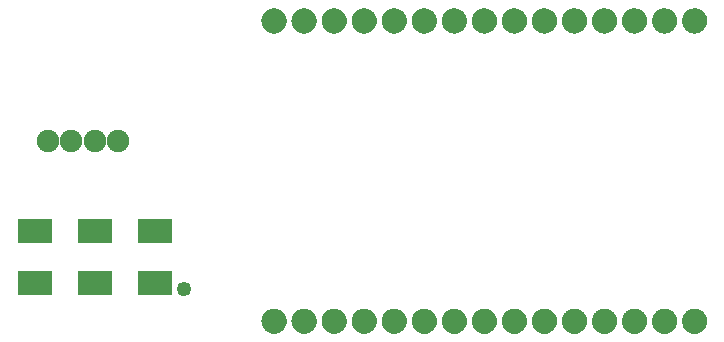
<source format=gbs>
G04 MADE WITH FRITZING*
G04 WWW.FRITZING.ORG*
G04 DOUBLE SIDED*
G04 HOLES PLATED*
G04 CONTOUR ON CENTER OF CONTOUR VECTOR*
%ASAXBY*%
%FSLAX23Y23*%
%MOIN*%
%OFA0B0*%
%SFA1.0B1.0*%
%ADD10C,0.075000*%
%ADD11C,0.049370*%
%ADD12R,0.116299X0.080866*%
%ADD13R,0.001000X0.001000*%
%LNMASK0*%
G90*
G70*
G54D10*
X488Y775D03*
X409Y775D03*
X331Y775D03*
X252Y775D03*
X488Y775D03*
X409Y775D03*
X331Y775D03*
X252Y775D03*
G54D11*
X708Y283D03*
G54D12*
X209Y301D03*
X209Y475D03*
X409Y301D03*
X409Y475D03*
X609Y301D03*
X609Y475D03*
G54D13*
X1001Y1217D02*
X1013Y1217D01*
X1101Y1217D02*
X1113Y1217D01*
X1201Y1217D02*
X1213Y1217D01*
X1301Y1217D02*
X1313Y1217D01*
X1401Y1217D02*
X1413Y1217D01*
X1501Y1217D02*
X1513Y1217D01*
X1602Y1217D02*
X1614Y1217D01*
X1702Y1217D02*
X1714Y1217D01*
X1802Y1217D02*
X1814Y1217D01*
X1902Y1217D02*
X1914Y1217D01*
X2002Y1217D02*
X2014Y1217D01*
X2102Y1217D02*
X2114Y1217D01*
X2202Y1217D02*
X2214Y1217D01*
X2302Y1217D02*
X2314Y1217D01*
X2403Y1217D02*
X2415Y1217D01*
X996Y1216D02*
X1017Y1216D01*
X1096Y1216D02*
X1118Y1216D01*
X1196Y1216D02*
X1218Y1216D01*
X1296Y1216D02*
X1318Y1216D01*
X1397Y1216D02*
X1418Y1216D01*
X1497Y1216D02*
X1518Y1216D01*
X1597Y1216D02*
X1618Y1216D01*
X1697Y1216D02*
X1718Y1216D01*
X1797Y1216D02*
X1819Y1216D01*
X1897Y1216D02*
X1919Y1216D01*
X1997Y1216D02*
X2019Y1216D01*
X2097Y1216D02*
X2119Y1216D01*
X2198Y1216D02*
X2219Y1216D01*
X2298Y1216D02*
X2319Y1216D01*
X2398Y1216D02*
X2419Y1216D01*
X993Y1215D02*
X1021Y1215D01*
X1093Y1215D02*
X1121Y1215D01*
X1193Y1215D02*
X1221Y1215D01*
X1293Y1215D02*
X1321Y1215D01*
X1393Y1215D02*
X1421Y1215D01*
X1493Y1215D02*
X1521Y1215D01*
X1594Y1215D02*
X1621Y1215D01*
X1694Y1215D02*
X1722Y1215D01*
X1794Y1215D02*
X1822Y1215D01*
X1894Y1215D02*
X1922Y1215D01*
X1994Y1215D02*
X2022Y1215D01*
X2094Y1215D02*
X2122Y1215D01*
X2194Y1215D02*
X2222Y1215D01*
X2295Y1215D02*
X2322Y1215D01*
X2395Y1215D02*
X2423Y1215D01*
X990Y1214D02*
X1023Y1214D01*
X1090Y1214D02*
X1123Y1214D01*
X1191Y1214D02*
X1224Y1214D01*
X1291Y1214D02*
X1324Y1214D01*
X1391Y1214D02*
X1424Y1214D01*
X1491Y1214D02*
X1524Y1214D01*
X1591Y1214D02*
X1624Y1214D01*
X1691Y1214D02*
X1724Y1214D01*
X1791Y1214D02*
X1824Y1214D01*
X1891Y1214D02*
X1924Y1214D01*
X1992Y1214D02*
X2025Y1214D01*
X2092Y1214D02*
X2125Y1214D01*
X2192Y1214D02*
X2225Y1214D01*
X2292Y1214D02*
X2325Y1214D01*
X2392Y1214D02*
X2425Y1214D01*
X988Y1213D02*
X1025Y1213D01*
X1088Y1213D02*
X1125Y1213D01*
X1188Y1213D02*
X1226Y1213D01*
X1289Y1213D02*
X1326Y1213D01*
X1389Y1213D02*
X1426Y1213D01*
X1489Y1213D02*
X1526Y1213D01*
X1589Y1213D02*
X1626Y1213D01*
X1689Y1213D02*
X1726Y1213D01*
X1789Y1213D02*
X1826Y1213D01*
X1889Y1213D02*
X1926Y1213D01*
X1990Y1213D02*
X2027Y1213D01*
X2090Y1213D02*
X2127Y1213D01*
X2190Y1213D02*
X2227Y1213D01*
X2290Y1213D02*
X2327Y1213D01*
X2390Y1213D02*
X2427Y1213D01*
X986Y1212D02*
X1027Y1212D01*
X1087Y1212D02*
X1127Y1212D01*
X1187Y1212D02*
X1227Y1212D01*
X1287Y1212D02*
X1327Y1212D01*
X1387Y1212D02*
X1428Y1212D01*
X1487Y1212D02*
X1528Y1212D01*
X1587Y1212D02*
X1628Y1212D01*
X1687Y1212D02*
X1728Y1212D01*
X1787Y1212D02*
X1828Y1212D01*
X1888Y1212D02*
X1928Y1212D01*
X1988Y1212D02*
X2028Y1212D01*
X2088Y1212D02*
X2129Y1212D01*
X2188Y1212D02*
X2229Y1212D01*
X2288Y1212D02*
X2329Y1212D01*
X2388Y1212D02*
X2429Y1212D01*
X985Y1211D02*
X1029Y1211D01*
X1085Y1211D02*
X1129Y1211D01*
X1185Y1211D02*
X1229Y1211D01*
X1285Y1211D02*
X1329Y1211D01*
X1385Y1211D02*
X1429Y1211D01*
X1485Y1211D02*
X1529Y1211D01*
X1586Y1211D02*
X1630Y1211D01*
X1686Y1211D02*
X1730Y1211D01*
X1786Y1211D02*
X1830Y1211D01*
X1886Y1211D02*
X1930Y1211D01*
X1986Y1211D02*
X2030Y1211D01*
X2086Y1211D02*
X2130Y1211D01*
X2186Y1211D02*
X2230Y1211D01*
X2286Y1211D02*
X2330Y1211D01*
X2387Y1211D02*
X2431Y1211D01*
X983Y1210D02*
X1030Y1210D01*
X1083Y1210D02*
X1130Y1210D01*
X1184Y1210D02*
X1231Y1210D01*
X1284Y1210D02*
X1331Y1210D01*
X1384Y1210D02*
X1431Y1210D01*
X1484Y1210D02*
X1531Y1210D01*
X1584Y1210D02*
X1631Y1210D01*
X1684Y1210D02*
X1731Y1210D01*
X1784Y1210D02*
X1831Y1210D01*
X1884Y1210D02*
X1931Y1210D01*
X1985Y1210D02*
X2032Y1210D01*
X2085Y1210D02*
X2132Y1210D01*
X2185Y1210D02*
X2232Y1210D01*
X2285Y1210D02*
X2332Y1210D01*
X2385Y1210D02*
X2432Y1210D01*
X982Y1209D02*
X1032Y1209D01*
X1082Y1209D02*
X1132Y1209D01*
X1182Y1209D02*
X1232Y1209D01*
X1282Y1209D02*
X1332Y1209D01*
X1382Y1209D02*
X1432Y1209D01*
X1483Y1209D02*
X1532Y1209D01*
X1583Y1209D02*
X1632Y1209D01*
X1683Y1209D02*
X1733Y1209D01*
X1783Y1209D02*
X1833Y1209D01*
X1883Y1209D02*
X1933Y1209D01*
X1983Y1209D02*
X2033Y1209D01*
X2083Y1209D02*
X2133Y1209D01*
X2183Y1209D02*
X2233Y1209D01*
X2284Y1209D02*
X2333Y1209D01*
X2384Y1209D02*
X2433Y1209D01*
X981Y1208D02*
X1033Y1208D01*
X1081Y1208D02*
X1133Y1208D01*
X1181Y1208D02*
X1233Y1208D01*
X1281Y1208D02*
X1333Y1208D01*
X1381Y1208D02*
X1433Y1208D01*
X1481Y1208D02*
X1534Y1208D01*
X1581Y1208D02*
X1634Y1208D01*
X1682Y1208D02*
X1734Y1208D01*
X1782Y1208D02*
X1834Y1208D01*
X1882Y1208D02*
X1934Y1208D01*
X1982Y1208D02*
X2034Y1208D01*
X2082Y1208D02*
X2134Y1208D01*
X2182Y1208D02*
X2235Y1208D01*
X2282Y1208D02*
X2335Y1208D01*
X2382Y1208D02*
X2435Y1208D01*
X979Y1207D02*
X1034Y1207D01*
X1080Y1207D02*
X1134Y1207D01*
X1180Y1207D02*
X1234Y1207D01*
X1280Y1207D02*
X1334Y1207D01*
X1380Y1207D02*
X1435Y1207D01*
X1480Y1207D02*
X1535Y1207D01*
X1580Y1207D02*
X1635Y1207D01*
X1680Y1207D02*
X1735Y1207D01*
X1780Y1207D02*
X1835Y1207D01*
X1881Y1207D02*
X1935Y1207D01*
X1981Y1207D02*
X2035Y1207D01*
X2081Y1207D02*
X2136Y1207D01*
X2181Y1207D02*
X2236Y1207D01*
X2281Y1207D02*
X2336Y1207D01*
X2381Y1207D02*
X2436Y1207D01*
X978Y1206D02*
X1035Y1206D01*
X1078Y1206D02*
X1135Y1206D01*
X1179Y1206D02*
X1235Y1206D01*
X1279Y1206D02*
X1336Y1206D01*
X1379Y1206D02*
X1436Y1206D01*
X1479Y1206D02*
X1536Y1206D01*
X1579Y1206D02*
X1636Y1206D01*
X1679Y1206D02*
X1736Y1206D01*
X1779Y1206D02*
X1836Y1206D01*
X1879Y1206D02*
X1936Y1206D01*
X1980Y1206D02*
X2037Y1206D01*
X2080Y1206D02*
X2137Y1206D01*
X2180Y1206D02*
X2237Y1206D01*
X2280Y1206D02*
X2337Y1206D01*
X2380Y1206D02*
X2437Y1206D01*
X977Y1205D02*
X1036Y1205D01*
X1077Y1205D02*
X1136Y1205D01*
X1178Y1205D02*
X1237Y1205D01*
X1278Y1205D02*
X1337Y1205D01*
X1378Y1205D02*
X1437Y1205D01*
X1478Y1205D02*
X1537Y1205D01*
X1578Y1205D02*
X1637Y1205D01*
X1678Y1205D02*
X1737Y1205D01*
X1778Y1205D02*
X1837Y1205D01*
X1878Y1205D02*
X1937Y1205D01*
X1979Y1205D02*
X2038Y1205D01*
X2079Y1205D02*
X2138Y1205D01*
X2179Y1205D02*
X2238Y1205D01*
X2279Y1205D02*
X2338Y1205D01*
X2379Y1205D02*
X2438Y1205D01*
X976Y1204D02*
X1037Y1204D01*
X1076Y1204D02*
X1137Y1204D01*
X1177Y1204D02*
X1237Y1204D01*
X1277Y1204D02*
X1338Y1204D01*
X1377Y1204D02*
X1438Y1204D01*
X1477Y1204D02*
X1538Y1204D01*
X1577Y1204D02*
X1638Y1204D01*
X1677Y1204D02*
X1738Y1204D01*
X1777Y1204D02*
X1838Y1204D01*
X1878Y1204D02*
X1938Y1204D01*
X1978Y1204D02*
X2038Y1204D01*
X2078Y1204D02*
X2139Y1204D01*
X2178Y1204D02*
X2239Y1204D01*
X2278Y1204D02*
X2339Y1204D01*
X2378Y1204D02*
X2439Y1204D01*
X975Y1203D02*
X1038Y1203D01*
X1076Y1203D02*
X1138Y1203D01*
X1176Y1203D02*
X1238Y1203D01*
X1276Y1203D02*
X1338Y1203D01*
X1376Y1203D02*
X1439Y1203D01*
X1476Y1203D02*
X1539Y1203D01*
X1576Y1203D02*
X1639Y1203D01*
X1676Y1203D02*
X1739Y1203D01*
X1777Y1203D02*
X1839Y1203D01*
X1877Y1203D02*
X1939Y1203D01*
X1977Y1203D02*
X2039Y1203D01*
X2077Y1203D02*
X2140Y1203D01*
X2177Y1203D02*
X2240Y1203D01*
X2277Y1203D02*
X2340Y1203D01*
X2377Y1203D02*
X2440Y1203D01*
X975Y1202D02*
X1039Y1202D01*
X1075Y1202D02*
X1139Y1202D01*
X1175Y1202D02*
X1239Y1202D01*
X1275Y1202D02*
X1339Y1202D01*
X1375Y1202D02*
X1439Y1202D01*
X1475Y1202D02*
X1540Y1202D01*
X1575Y1202D02*
X1640Y1202D01*
X1676Y1202D02*
X1740Y1202D01*
X1776Y1202D02*
X1840Y1202D01*
X1876Y1202D02*
X1940Y1202D01*
X1976Y1202D02*
X2040Y1202D01*
X2076Y1202D02*
X2140Y1202D01*
X2176Y1202D02*
X2240Y1202D01*
X2276Y1202D02*
X2341Y1202D01*
X2376Y1202D02*
X2441Y1202D01*
X974Y1201D02*
X1040Y1201D01*
X1074Y1201D02*
X1140Y1201D01*
X1174Y1201D02*
X1240Y1201D01*
X1274Y1201D02*
X1340Y1201D01*
X1374Y1201D02*
X1440Y1201D01*
X1475Y1201D02*
X1540Y1201D01*
X1575Y1201D02*
X1640Y1201D01*
X1675Y1201D02*
X1741Y1201D01*
X1775Y1201D02*
X1841Y1201D01*
X1875Y1201D02*
X1941Y1201D01*
X1975Y1201D02*
X2041Y1201D01*
X2075Y1201D02*
X2141Y1201D01*
X2175Y1201D02*
X2241Y1201D01*
X2276Y1201D02*
X2341Y1201D01*
X2376Y1201D02*
X2441Y1201D01*
X973Y1200D02*
X1040Y1200D01*
X1073Y1200D02*
X1140Y1200D01*
X1173Y1200D02*
X1241Y1200D01*
X1274Y1200D02*
X1341Y1200D01*
X1374Y1200D02*
X1441Y1200D01*
X1474Y1200D02*
X1541Y1200D01*
X1574Y1200D02*
X1641Y1200D01*
X1674Y1200D02*
X1741Y1200D01*
X1774Y1200D02*
X1841Y1200D01*
X1874Y1200D02*
X1942Y1200D01*
X1974Y1200D02*
X2042Y1200D01*
X2075Y1200D02*
X2142Y1200D01*
X2175Y1200D02*
X2242Y1200D01*
X2275Y1200D02*
X2342Y1200D01*
X2375Y1200D02*
X2442Y1200D01*
X972Y1199D02*
X1041Y1199D01*
X1073Y1199D02*
X1141Y1199D01*
X1173Y1199D02*
X1241Y1199D01*
X1273Y1199D02*
X1341Y1199D01*
X1373Y1199D02*
X1442Y1199D01*
X1473Y1199D02*
X1542Y1199D01*
X1573Y1199D02*
X1642Y1199D01*
X1673Y1199D02*
X1742Y1199D01*
X1773Y1199D02*
X1842Y1199D01*
X1874Y1199D02*
X1942Y1199D01*
X1974Y1199D02*
X2042Y1199D01*
X2074Y1199D02*
X2143Y1199D01*
X2174Y1199D02*
X2243Y1199D01*
X2274Y1199D02*
X2343Y1199D01*
X2374Y1199D02*
X2443Y1199D01*
X972Y1198D02*
X1042Y1198D01*
X1072Y1198D02*
X1142Y1198D01*
X1172Y1198D02*
X1242Y1198D01*
X1272Y1198D02*
X1342Y1198D01*
X1372Y1198D02*
X1442Y1198D01*
X1472Y1198D02*
X1542Y1198D01*
X1573Y1198D02*
X1642Y1198D01*
X1673Y1198D02*
X1743Y1198D01*
X1773Y1198D02*
X1843Y1198D01*
X1873Y1198D02*
X1943Y1198D01*
X1973Y1198D02*
X2043Y1198D01*
X2073Y1198D02*
X2143Y1198D01*
X2173Y1198D02*
X2243Y1198D01*
X2274Y1198D02*
X2343Y1198D01*
X2374Y1198D02*
X2444Y1198D01*
X971Y1197D02*
X1042Y1197D01*
X1071Y1197D02*
X1142Y1197D01*
X1171Y1197D02*
X1243Y1197D01*
X1272Y1197D02*
X1343Y1197D01*
X1372Y1197D02*
X1443Y1197D01*
X1472Y1197D02*
X1543Y1197D01*
X1572Y1197D02*
X1643Y1197D01*
X1672Y1197D02*
X1743Y1197D01*
X1772Y1197D02*
X1843Y1197D01*
X1872Y1197D02*
X1944Y1197D01*
X1972Y1197D02*
X2044Y1197D01*
X2073Y1197D02*
X2144Y1197D01*
X2173Y1197D02*
X2244Y1197D01*
X2273Y1197D02*
X2344Y1197D01*
X2373Y1197D02*
X2444Y1197D01*
X971Y1196D02*
X1043Y1196D01*
X1071Y1196D02*
X1143Y1196D01*
X1171Y1196D02*
X1243Y1196D01*
X1271Y1196D02*
X1343Y1196D01*
X1371Y1196D02*
X1443Y1196D01*
X1471Y1196D02*
X1544Y1196D01*
X1571Y1196D02*
X1644Y1196D01*
X1671Y1196D02*
X1744Y1196D01*
X1772Y1196D02*
X1844Y1196D01*
X1872Y1196D02*
X1944Y1196D01*
X1972Y1196D02*
X2044Y1196D01*
X2072Y1196D02*
X2144Y1196D01*
X2172Y1196D02*
X2245Y1196D01*
X2272Y1196D02*
X2345Y1196D01*
X2372Y1196D02*
X2445Y1196D01*
X970Y1195D02*
X1043Y1195D01*
X1070Y1195D02*
X1144Y1195D01*
X1170Y1195D02*
X1244Y1195D01*
X1270Y1195D02*
X1344Y1195D01*
X1371Y1195D02*
X1444Y1195D01*
X1471Y1195D02*
X1544Y1195D01*
X1571Y1195D02*
X1644Y1195D01*
X1671Y1195D02*
X1744Y1195D01*
X1771Y1195D02*
X1845Y1195D01*
X1871Y1195D02*
X1945Y1195D01*
X1971Y1195D02*
X2045Y1195D01*
X2071Y1195D02*
X2145Y1195D01*
X2172Y1195D02*
X2245Y1195D01*
X2272Y1195D02*
X2345Y1195D01*
X2372Y1195D02*
X2445Y1195D01*
X970Y1194D02*
X1044Y1194D01*
X1070Y1194D02*
X1144Y1194D01*
X1170Y1194D02*
X1244Y1194D01*
X1270Y1194D02*
X1344Y1194D01*
X1370Y1194D02*
X1445Y1194D01*
X1470Y1194D02*
X1545Y1194D01*
X1570Y1194D02*
X1645Y1194D01*
X1670Y1194D02*
X1745Y1194D01*
X1771Y1194D02*
X1845Y1194D01*
X1871Y1194D02*
X1945Y1194D01*
X1971Y1194D02*
X2045Y1194D01*
X2071Y1194D02*
X2145Y1194D01*
X2171Y1194D02*
X2246Y1194D01*
X2271Y1194D02*
X2346Y1194D01*
X2371Y1194D02*
X2446Y1194D01*
X969Y1193D02*
X1044Y1193D01*
X1069Y1193D02*
X1145Y1193D01*
X1169Y1193D02*
X1245Y1193D01*
X1269Y1193D02*
X1345Y1193D01*
X1370Y1193D02*
X1445Y1193D01*
X1470Y1193D02*
X1545Y1193D01*
X1570Y1193D02*
X1645Y1193D01*
X1670Y1193D02*
X1745Y1193D01*
X1770Y1193D02*
X1846Y1193D01*
X1870Y1193D02*
X1946Y1193D01*
X1970Y1193D02*
X2046Y1193D01*
X2070Y1193D02*
X2146Y1193D01*
X2171Y1193D02*
X2246Y1193D01*
X2271Y1193D02*
X2346Y1193D01*
X2371Y1193D02*
X2446Y1193D01*
X969Y1192D02*
X1045Y1192D01*
X1069Y1192D02*
X1145Y1192D01*
X1169Y1192D02*
X1245Y1192D01*
X1269Y1192D02*
X1345Y1192D01*
X1369Y1192D02*
X1445Y1192D01*
X1469Y1192D02*
X1546Y1192D01*
X1569Y1192D02*
X1646Y1192D01*
X1669Y1192D02*
X1746Y1192D01*
X1770Y1192D02*
X1846Y1192D01*
X1870Y1192D02*
X1946Y1192D01*
X1970Y1192D02*
X2046Y1192D01*
X2070Y1192D02*
X2146Y1192D01*
X2170Y1192D02*
X2247Y1192D01*
X2270Y1192D02*
X2347Y1192D01*
X2370Y1192D02*
X2447Y1192D01*
X968Y1191D02*
X1045Y1191D01*
X1068Y1191D02*
X1145Y1191D01*
X1168Y1191D02*
X1246Y1191D01*
X1269Y1191D02*
X1346Y1191D01*
X1369Y1191D02*
X1446Y1191D01*
X1469Y1191D02*
X1546Y1191D01*
X1569Y1191D02*
X1646Y1191D01*
X1669Y1191D02*
X1746Y1191D01*
X1769Y1191D02*
X1846Y1191D01*
X1869Y1191D02*
X1947Y1191D01*
X1969Y1191D02*
X2047Y1191D01*
X2070Y1191D02*
X2147Y1191D01*
X2170Y1191D02*
X2247Y1191D01*
X2270Y1191D02*
X2347Y1191D01*
X2370Y1191D02*
X2447Y1191D01*
X968Y1190D02*
X1046Y1190D01*
X1068Y1190D02*
X1146Y1190D01*
X1168Y1190D02*
X1246Y1190D01*
X1268Y1190D02*
X1346Y1190D01*
X1368Y1190D02*
X1446Y1190D01*
X1468Y1190D02*
X1546Y1190D01*
X1569Y1190D02*
X1646Y1190D01*
X1669Y1190D02*
X1747Y1190D01*
X1769Y1190D02*
X1847Y1190D01*
X1869Y1190D02*
X1947Y1190D01*
X1969Y1190D02*
X2047Y1190D01*
X2069Y1190D02*
X2147Y1190D01*
X2169Y1190D02*
X2247Y1190D01*
X2270Y1190D02*
X2347Y1190D01*
X2370Y1190D02*
X2448Y1190D01*
X967Y1189D02*
X1046Y1189D01*
X1068Y1189D02*
X1146Y1189D01*
X1168Y1189D02*
X1246Y1189D01*
X1268Y1189D02*
X1346Y1189D01*
X1368Y1189D02*
X1447Y1189D01*
X1468Y1189D02*
X1547Y1189D01*
X1568Y1189D02*
X1647Y1189D01*
X1668Y1189D02*
X1747Y1189D01*
X1769Y1189D02*
X1847Y1189D01*
X1869Y1189D02*
X1947Y1189D01*
X1969Y1189D02*
X2047Y1189D01*
X2069Y1189D02*
X2147Y1189D01*
X2169Y1189D02*
X2248Y1189D01*
X2269Y1189D02*
X2348Y1189D01*
X2369Y1189D02*
X2448Y1189D01*
X967Y1188D02*
X1046Y1188D01*
X1067Y1188D02*
X1147Y1188D01*
X1167Y1188D02*
X1247Y1188D01*
X1268Y1188D02*
X1347Y1188D01*
X1368Y1188D02*
X1447Y1188D01*
X1468Y1188D02*
X1547Y1188D01*
X1568Y1188D02*
X1647Y1188D01*
X1668Y1188D02*
X1747Y1188D01*
X1768Y1188D02*
X1847Y1188D01*
X1868Y1188D02*
X1948Y1188D01*
X1968Y1188D02*
X2048Y1188D01*
X2069Y1188D02*
X2148Y1188D01*
X2169Y1188D02*
X2248Y1188D01*
X2269Y1188D02*
X2348Y1188D01*
X2369Y1188D02*
X2448Y1188D01*
X967Y1187D02*
X1047Y1187D01*
X1067Y1187D02*
X1147Y1187D01*
X1167Y1187D02*
X1247Y1187D01*
X1267Y1187D02*
X1347Y1187D01*
X1367Y1187D02*
X1447Y1187D01*
X1468Y1187D02*
X1547Y1187D01*
X1568Y1187D02*
X1647Y1187D01*
X1668Y1187D02*
X1748Y1187D01*
X1768Y1187D02*
X1848Y1187D01*
X1868Y1187D02*
X1948Y1187D01*
X1968Y1187D02*
X2048Y1187D01*
X2068Y1187D02*
X2148Y1187D01*
X2168Y1187D02*
X2248Y1187D01*
X2269Y1187D02*
X2348Y1187D01*
X2369Y1187D02*
X2448Y1187D01*
X967Y1186D02*
X1047Y1186D01*
X1067Y1186D02*
X1147Y1186D01*
X1167Y1186D02*
X1247Y1186D01*
X1267Y1186D02*
X1347Y1186D01*
X1367Y1186D02*
X1447Y1186D01*
X1467Y1186D02*
X1548Y1186D01*
X1567Y1186D02*
X1648Y1186D01*
X1668Y1186D02*
X1748Y1186D01*
X1768Y1186D02*
X1848Y1186D01*
X1868Y1186D02*
X1948Y1186D01*
X1968Y1186D02*
X2048Y1186D01*
X2068Y1186D02*
X2148Y1186D01*
X2168Y1186D02*
X2248Y1186D01*
X2268Y1186D02*
X2349Y1186D01*
X2368Y1186D02*
X2449Y1186D01*
X966Y1185D02*
X1047Y1185D01*
X1067Y1185D02*
X1147Y1185D01*
X1167Y1185D02*
X1247Y1185D01*
X1267Y1185D02*
X1348Y1185D01*
X1367Y1185D02*
X1448Y1185D01*
X1467Y1185D02*
X1548Y1185D01*
X1567Y1185D02*
X1648Y1185D01*
X1667Y1185D02*
X1748Y1185D01*
X1767Y1185D02*
X1848Y1185D01*
X1868Y1185D02*
X1948Y1185D01*
X1968Y1185D02*
X2048Y1185D01*
X2068Y1185D02*
X2149Y1185D01*
X2168Y1185D02*
X2249Y1185D01*
X2268Y1185D02*
X2349Y1185D01*
X2368Y1185D02*
X2449Y1185D01*
X966Y1184D02*
X1047Y1184D01*
X1066Y1184D02*
X1147Y1184D01*
X1166Y1184D02*
X1248Y1184D01*
X1267Y1184D02*
X1348Y1184D01*
X1367Y1184D02*
X1448Y1184D01*
X1467Y1184D02*
X1548Y1184D01*
X1567Y1184D02*
X1648Y1184D01*
X1667Y1184D02*
X1748Y1184D01*
X1767Y1184D02*
X1848Y1184D01*
X1867Y1184D02*
X1949Y1184D01*
X1967Y1184D02*
X2049Y1184D01*
X2068Y1184D02*
X2149Y1184D01*
X2168Y1184D02*
X2249Y1184D01*
X2268Y1184D02*
X2349Y1184D01*
X2368Y1184D02*
X2449Y1184D01*
X966Y1183D02*
X1048Y1183D01*
X1066Y1183D02*
X1148Y1183D01*
X1166Y1183D02*
X1248Y1183D01*
X1266Y1183D02*
X1348Y1183D01*
X1366Y1183D02*
X1448Y1183D01*
X1467Y1183D02*
X1548Y1183D01*
X1567Y1183D02*
X1648Y1183D01*
X1667Y1183D02*
X1748Y1183D01*
X1767Y1183D02*
X1849Y1183D01*
X1867Y1183D02*
X1949Y1183D01*
X1967Y1183D02*
X2049Y1183D01*
X2067Y1183D02*
X2149Y1183D01*
X2168Y1183D02*
X2249Y1183D01*
X2268Y1183D02*
X2349Y1183D01*
X2368Y1183D02*
X2449Y1183D01*
X966Y1182D02*
X1048Y1182D01*
X1066Y1182D02*
X1148Y1182D01*
X1166Y1182D02*
X1248Y1182D01*
X1266Y1182D02*
X1348Y1182D01*
X1366Y1182D02*
X1448Y1182D01*
X1466Y1182D02*
X1548Y1182D01*
X1567Y1182D02*
X1648Y1182D01*
X1667Y1182D02*
X1749Y1182D01*
X1767Y1182D02*
X1849Y1182D01*
X1867Y1182D02*
X1949Y1182D01*
X1967Y1182D02*
X2049Y1182D01*
X2067Y1182D02*
X2149Y1182D01*
X2167Y1182D02*
X2249Y1182D01*
X2268Y1182D02*
X2349Y1182D01*
X2368Y1182D02*
X2450Y1182D01*
X966Y1181D02*
X1048Y1181D01*
X1066Y1181D02*
X1148Y1181D01*
X1166Y1181D02*
X1248Y1181D01*
X1266Y1181D02*
X1348Y1181D01*
X1366Y1181D02*
X1448Y1181D01*
X1466Y1181D02*
X1549Y1181D01*
X1566Y1181D02*
X1649Y1181D01*
X1667Y1181D02*
X1749Y1181D01*
X1767Y1181D02*
X1849Y1181D01*
X1867Y1181D02*
X1949Y1181D01*
X1967Y1181D02*
X2049Y1181D01*
X2067Y1181D02*
X2149Y1181D01*
X2167Y1181D02*
X2249Y1181D01*
X2267Y1181D02*
X2350Y1181D01*
X2367Y1181D02*
X2450Y1181D01*
X965Y1180D02*
X1048Y1180D01*
X1066Y1180D02*
X1148Y1180D01*
X1166Y1180D02*
X1248Y1180D01*
X1266Y1180D02*
X1348Y1180D01*
X1366Y1180D02*
X1449Y1180D01*
X1466Y1180D02*
X1549Y1180D01*
X1566Y1180D02*
X1649Y1180D01*
X1666Y1180D02*
X1749Y1180D01*
X1767Y1180D02*
X1849Y1180D01*
X1867Y1180D02*
X1949Y1180D01*
X1967Y1180D02*
X2049Y1180D01*
X2067Y1180D02*
X2149Y1180D01*
X2167Y1180D02*
X2250Y1180D01*
X2267Y1180D02*
X2350Y1180D01*
X2367Y1180D02*
X2450Y1180D01*
X965Y1179D02*
X1048Y1179D01*
X1066Y1179D02*
X1148Y1179D01*
X1166Y1179D02*
X1248Y1179D01*
X1266Y1179D02*
X1348Y1179D01*
X1366Y1179D02*
X1449Y1179D01*
X1466Y1179D02*
X1549Y1179D01*
X1566Y1179D02*
X1649Y1179D01*
X1666Y1179D02*
X1749Y1179D01*
X1766Y1179D02*
X1849Y1179D01*
X1867Y1179D02*
X1949Y1179D01*
X1967Y1179D02*
X2049Y1179D01*
X2067Y1179D02*
X2150Y1179D01*
X2167Y1179D02*
X2250Y1179D01*
X2267Y1179D02*
X2350Y1179D01*
X2367Y1179D02*
X2450Y1179D01*
X965Y1178D02*
X1048Y1178D01*
X1065Y1178D02*
X1148Y1178D01*
X1166Y1178D02*
X1248Y1178D01*
X1266Y1178D02*
X1349Y1178D01*
X1366Y1178D02*
X1449Y1178D01*
X1466Y1178D02*
X1549Y1178D01*
X1566Y1178D02*
X1649Y1178D01*
X1666Y1178D02*
X1749Y1178D01*
X1766Y1178D02*
X1849Y1178D01*
X1867Y1178D02*
X1949Y1178D01*
X1967Y1178D02*
X2049Y1178D01*
X2067Y1178D02*
X2150Y1178D01*
X2167Y1178D02*
X2250Y1178D01*
X2267Y1178D02*
X2350Y1178D01*
X2367Y1178D02*
X2450Y1178D01*
X965Y1177D02*
X1048Y1177D01*
X1065Y1177D02*
X1148Y1177D01*
X1166Y1177D02*
X1248Y1177D01*
X1266Y1177D02*
X1349Y1177D01*
X1366Y1177D02*
X1449Y1177D01*
X1466Y1177D02*
X1549Y1177D01*
X1566Y1177D02*
X1649Y1177D01*
X1666Y1177D02*
X1749Y1177D01*
X1766Y1177D02*
X1849Y1177D01*
X1866Y1177D02*
X1949Y1177D01*
X1967Y1177D02*
X2050Y1177D01*
X2067Y1177D02*
X2150Y1177D01*
X2167Y1177D02*
X2250Y1177D01*
X2267Y1177D02*
X2350Y1177D01*
X2367Y1177D02*
X2450Y1177D01*
X965Y1176D02*
X1048Y1176D01*
X1065Y1176D02*
X1148Y1176D01*
X1166Y1176D02*
X1249Y1176D01*
X1266Y1176D02*
X1349Y1176D01*
X1366Y1176D02*
X1449Y1176D01*
X1466Y1176D02*
X1549Y1176D01*
X1566Y1176D02*
X1649Y1176D01*
X1666Y1176D02*
X1749Y1176D01*
X1766Y1176D02*
X1849Y1176D01*
X1866Y1176D02*
X1949Y1176D01*
X1967Y1176D02*
X2050Y1176D01*
X2067Y1176D02*
X2150Y1176D01*
X2167Y1176D02*
X2250Y1176D01*
X2267Y1176D02*
X2350Y1176D01*
X2367Y1176D02*
X2450Y1176D01*
X965Y1175D02*
X1048Y1175D01*
X1065Y1175D02*
X1148Y1175D01*
X1166Y1175D02*
X1249Y1175D01*
X1266Y1175D02*
X1349Y1175D01*
X1366Y1175D02*
X1449Y1175D01*
X1466Y1175D02*
X1549Y1175D01*
X1566Y1175D02*
X1649Y1175D01*
X1666Y1175D02*
X1749Y1175D01*
X1766Y1175D02*
X1849Y1175D01*
X1866Y1175D02*
X1949Y1175D01*
X1967Y1175D02*
X2050Y1175D01*
X2067Y1175D02*
X2150Y1175D01*
X2167Y1175D02*
X2250Y1175D01*
X2267Y1175D02*
X2350Y1175D01*
X2367Y1175D02*
X2450Y1175D01*
X965Y1174D02*
X1048Y1174D01*
X1065Y1174D02*
X1148Y1174D01*
X1166Y1174D02*
X1248Y1174D01*
X1266Y1174D02*
X1349Y1174D01*
X1366Y1174D02*
X1449Y1174D01*
X1466Y1174D02*
X1549Y1174D01*
X1566Y1174D02*
X1649Y1174D01*
X1666Y1174D02*
X1749Y1174D01*
X1766Y1174D02*
X1849Y1174D01*
X1866Y1174D02*
X1949Y1174D01*
X1967Y1174D02*
X2050Y1174D01*
X2067Y1174D02*
X2150Y1174D01*
X2167Y1174D02*
X2250Y1174D01*
X2267Y1174D02*
X2350Y1174D01*
X2367Y1174D02*
X2450Y1174D01*
X965Y1173D02*
X1048Y1173D01*
X1065Y1173D02*
X1148Y1173D01*
X1166Y1173D02*
X1248Y1173D01*
X1266Y1173D02*
X1349Y1173D01*
X1366Y1173D02*
X1449Y1173D01*
X1466Y1173D02*
X1549Y1173D01*
X1566Y1173D02*
X1649Y1173D01*
X1666Y1173D02*
X1749Y1173D01*
X1766Y1173D02*
X1849Y1173D01*
X1867Y1173D02*
X1949Y1173D01*
X1967Y1173D02*
X2049Y1173D01*
X2067Y1173D02*
X2150Y1173D01*
X2167Y1173D02*
X2250Y1173D01*
X2267Y1173D02*
X2350Y1173D01*
X2367Y1173D02*
X2450Y1173D01*
X965Y1172D02*
X1048Y1172D01*
X1066Y1172D02*
X1148Y1172D01*
X1166Y1172D02*
X1248Y1172D01*
X1266Y1172D02*
X1348Y1172D01*
X1366Y1172D02*
X1449Y1172D01*
X1466Y1172D02*
X1549Y1172D01*
X1566Y1172D02*
X1649Y1172D01*
X1666Y1172D02*
X1749Y1172D01*
X1766Y1172D02*
X1849Y1172D01*
X1867Y1172D02*
X1949Y1172D01*
X1967Y1172D02*
X2049Y1172D01*
X2067Y1172D02*
X2150Y1172D01*
X2167Y1172D02*
X2250Y1172D01*
X2267Y1172D02*
X2350Y1172D01*
X2367Y1172D02*
X2450Y1172D01*
X966Y1171D02*
X1048Y1171D01*
X1066Y1171D02*
X1148Y1171D01*
X1166Y1171D02*
X1248Y1171D01*
X1266Y1171D02*
X1348Y1171D01*
X1366Y1171D02*
X1449Y1171D01*
X1466Y1171D02*
X1549Y1171D01*
X1566Y1171D02*
X1649Y1171D01*
X1666Y1171D02*
X1749Y1171D01*
X1767Y1171D02*
X1849Y1171D01*
X1867Y1171D02*
X1949Y1171D01*
X1967Y1171D02*
X2049Y1171D01*
X2067Y1171D02*
X2149Y1171D01*
X2167Y1171D02*
X2250Y1171D01*
X2267Y1171D02*
X2350Y1171D01*
X2367Y1171D02*
X2450Y1171D01*
X966Y1170D02*
X1048Y1170D01*
X1066Y1170D02*
X1148Y1170D01*
X1166Y1170D02*
X1248Y1170D01*
X1266Y1170D02*
X1348Y1170D01*
X1366Y1170D02*
X1448Y1170D01*
X1466Y1170D02*
X1548Y1170D01*
X1566Y1170D02*
X1649Y1170D01*
X1667Y1170D02*
X1749Y1170D01*
X1767Y1170D02*
X1849Y1170D01*
X1867Y1170D02*
X1949Y1170D01*
X1967Y1170D02*
X2049Y1170D01*
X2067Y1170D02*
X2149Y1170D01*
X2167Y1170D02*
X2249Y1170D01*
X2267Y1170D02*
X2350Y1170D01*
X2368Y1170D02*
X2450Y1170D01*
X966Y1169D02*
X1048Y1169D01*
X1066Y1169D02*
X1148Y1169D01*
X1166Y1169D02*
X1248Y1169D01*
X1266Y1169D02*
X1348Y1169D01*
X1366Y1169D02*
X1448Y1169D01*
X1466Y1169D02*
X1548Y1169D01*
X1567Y1169D02*
X1648Y1169D01*
X1667Y1169D02*
X1749Y1169D01*
X1767Y1169D02*
X1849Y1169D01*
X1867Y1169D02*
X1949Y1169D01*
X1967Y1169D02*
X2049Y1169D01*
X2067Y1169D02*
X2149Y1169D01*
X2167Y1169D02*
X2249Y1169D01*
X2268Y1169D02*
X2349Y1169D01*
X2368Y1169D02*
X2450Y1169D01*
X966Y1168D02*
X1048Y1168D01*
X1066Y1168D02*
X1148Y1168D01*
X1166Y1168D02*
X1248Y1168D01*
X1266Y1168D02*
X1348Y1168D01*
X1367Y1168D02*
X1448Y1168D01*
X1467Y1168D02*
X1548Y1168D01*
X1567Y1168D02*
X1648Y1168D01*
X1667Y1168D02*
X1748Y1168D01*
X1767Y1168D02*
X1849Y1168D01*
X1867Y1168D02*
X1949Y1168D01*
X1967Y1168D02*
X2049Y1168D01*
X2067Y1168D02*
X2149Y1168D01*
X2168Y1168D02*
X2249Y1168D01*
X2268Y1168D02*
X2349Y1168D01*
X2368Y1168D02*
X2449Y1168D01*
X966Y1167D02*
X1047Y1167D01*
X1066Y1167D02*
X1147Y1167D01*
X1166Y1167D02*
X1248Y1167D01*
X1267Y1167D02*
X1348Y1167D01*
X1367Y1167D02*
X1448Y1167D01*
X1467Y1167D02*
X1548Y1167D01*
X1567Y1167D02*
X1648Y1167D01*
X1667Y1167D02*
X1748Y1167D01*
X1767Y1167D02*
X1848Y1167D01*
X1867Y1167D02*
X1949Y1167D01*
X1967Y1167D02*
X2049Y1167D01*
X2068Y1167D02*
X2149Y1167D01*
X2168Y1167D02*
X2249Y1167D01*
X2268Y1167D02*
X2349Y1167D01*
X2368Y1167D02*
X2449Y1167D01*
X966Y1166D02*
X1047Y1166D01*
X1067Y1166D02*
X1147Y1166D01*
X1167Y1166D02*
X1247Y1166D01*
X1267Y1166D02*
X1347Y1166D01*
X1367Y1166D02*
X1448Y1166D01*
X1467Y1166D02*
X1548Y1166D01*
X1567Y1166D02*
X1648Y1166D01*
X1667Y1166D02*
X1748Y1166D01*
X1767Y1166D02*
X1848Y1166D01*
X1868Y1166D02*
X1948Y1166D01*
X1968Y1166D02*
X2048Y1166D01*
X2068Y1166D02*
X2149Y1166D01*
X2168Y1166D02*
X2249Y1166D01*
X2268Y1166D02*
X2349Y1166D01*
X2368Y1166D02*
X2449Y1166D01*
X967Y1165D02*
X1047Y1165D01*
X1067Y1165D02*
X1147Y1165D01*
X1167Y1165D02*
X1247Y1165D01*
X1267Y1165D02*
X1347Y1165D01*
X1367Y1165D02*
X1447Y1165D01*
X1467Y1165D02*
X1547Y1165D01*
X1567Y1165D02*
X1648Y1165D01*
X1668Y1165D02*
X1748Y1165D01*
X1768Y1165D02*
X1848Y1165D01*
X1868Y1165D02*
X1948Y1165D01*
X1968Y1165D02*
X2048Y1165D01*
X2068Y1165D02*
X2148Y1165D01*
X2168Y1165D02*
X2248Y1165D01*
X2268Y1165D02*
X2349Y1165D01*
X2369Y1165D02*
X2449Y1165D01*
X967Y1164D02*
X1047Y1164D01*
X1067Y1164D02*
X1147Y1164D01*
X1167Y1164D02*
X1247Y1164D01*
X1267Y1164D02*
X1347Y1164D01*
X1367Y1164D02*
X1447Y1164D01*
X1468Y1164D02*
X1547Y1164D01*
X1568Y1164D02*
X1647Y1164D01*
X1668Y1164D02*
X1748Y1164D01*
X1768Y1164D02*
X1848Y1164D01*
X1868Y1164D02*
X1948Y1164D01*
X1968Y1164D02*
X2048Y1164D01*
X2068Y1164D02*
X2148Y1164D01*
X2168Y1164D02*
X2248Y1164D01*
X2269Y1164D02*
X2348Y1164D01*
X2369Y1164D02*
X2448Y1164D01*
X967Y1163D02*
X1046Y1163D01*
X1067Y1163D02*
X1146Y1163D01*
X1167Y1163D02*
X1247Y1163D01*
X1268Y1163D02*
X1347Y1163D01*
X1368Y1163D02*
X1447Y1163D01*
X1468Y1163D02*
X1547Y1163D01*
X1568Y1163D02*
X1647Y1163D01*
X1668Y1163D02*
X1747Y1163D01*
X1768Y1163D02*
X1847Y1163D01*
X1868Y1163D02*
X1948Y1163D01*
X1968Y1163D02*
X2048Y1163D01*
X2069Y1163D02*
X2148Y1163D01*
X2169Y1163D02*
X2248Y1163D01*
X2269Y1163D02*
X2348Y1163D01*
X2369Y1163D02*
X2448Y1163D01*
X968Y1162D02*
X1046Y1162D01*
X1068Y1162D02*
X1146Y1162D01*
X1168Y1162D02*
X1246Y1162D01*
X1268Y1162D02*
X1346Y1162D01*
X1368Y1162D02*
X1447Y1162D01*
X1468Y1162D02*
X1547Y1162D01*
X1568Y1162D02*
X1647Y1162D01*
X1668Y1162D02*
X1747Y1162D01*
X1769Y1162D02*
X1847Y1162D01*
X1869Y1162D02*
X1947Y1162D01*
X1969Y1162D02*
X2047Y1162D01*
X2069Y1162D02*
X2147Y1162D01*
X2169Y1162D02*
X2248Y1162D01*
X2269Y1162D02*
X2348Y1162D01*
X2369Y1162D02*
X2448Y1162D01*
X968Y1161D02*
X1046Y1161D01*
X1068Y1161D02*
X1146Y1161D01*
X1168Y1161D02*
X1246Y1161D01*
X1268Y1161D02*
X1346Y1161D01*
X1368Y1161D02*
X1446Y1161D01*
X1469Y1161D02*
X1546Y1161D01*
X1569Y1161D02*
X1646Y1161D01*
X1669Y1161D02*
X1747Y1161D01*
X1769Y1161D02*
X1847Y1161D01*
X1869Y1161D02*
X1947Y1161D01*
X1969Y1161D02*
X2047Y1161D01*
X2069Y1161D02*
X2147Y1161D01*
X2169Y1161D02*
X2247Y1161D01*
X2270Y1161D02*
X2347Y1161D01*
X2370Y1161D02*
X2447Y1161D01*
X968Y1160D02*
X1045Y1160D01*
X1068Y1160D02*
X1145Y1160D01*
X1169Y1160D02*
X1246Y1160D01*
X1269Y1160D02*
X1346Y1160D01*
X1369Y1160D02*
X1446Y1160D01*
X1469Y1160D02*
X1546Y1160D01*
X1569Y1160D02*
X1646Y1160D01*
X1669Y1160D02*
X1746Y1160D01*
X1769Y1160D02*
X1846Y1160D01*
X1869Y1160D02*
X1946Y1160D01*
X1970Y1160D02*
X2047Y1160D01*
X2070Y1160D02*
X2147Y1160D01*
X2170Y1160D02*
X2247Y1160D01*
X2270Y1160D02*
X2347Y1160D01*
X2370Y1160D02*
X2447Y1160D01*
X969Y1159D02*
X1045Y1159D01*
X1069Y1159D02*
X1145Y1159D01*
X1169Y1159D02*
X1245Y1159D01*
X1269Y1159D02*
X1345Y1159D01*
X1369Y1159D02*
X1445Y1159D01*
X1469Y1159D02*
X1546Y1159D01*
X1569Y1159D02*
X1646Y1159D01*
X1670Y1159D02*
X1746Y1159D01*
X1770Y1159D02*
X1846Y1159D01*
X1870Y1159D02*
X1946Y1159D01*
X1970Y1159D02*
X2046Y1159D01*
X2070Y1159D02*
X2146Y1159D01*
X2170Y1159D02*
X2246Y1159D01*
X2270Y1159D02*
X2347Y1159D01*
X2370Y1159D02*
X2447Y1159D01*
X969Y1158D02*
X1044Y1158D01*
X1069Y1158D02*
X1145Y1158D01*
X1169Y1158D02*
X1245Y1158D01*
X1270Y1158D02*
X1345Y1158D01*
X1370Y1158D02*
X1445Y1158D01*
X1470Y1158D02*
X1545Y1158D01*
X1570Y1158D02*
X1645Y1158D01*
X1670Y1158D02*
X1745Y1158D01*
X1770Y1158D02*
X1845Y1158D01*
X1870Y1158D02*
X1946Y1158D01*
X1970Y1158D02*
X2046Y1158D01*
X2071Y1158D02*
X2146Y1158D01*
X2171Y1158D02*
X2246Y1158D01*
X2271Y1158D02*
X2346Y1158D01*
X2371Y1158D02*
X2446Y1158D01*
X970Y1157D02*
X1044Y1157D01*
X1070Y1157D02*
X1144Y1157D01*
X1170Y1157D02*
X1244Y1157D01*
X1270Y1157D02*
X1344Y1157D01*
X1370Y1157D02*
X1444Y1157D01*
X1470Y1157D02*
X1545Y1157D01*
X1570Y1157D02*
X1645Y1157D01*
X1671Y1157D02*
X1745Y1157D01*
X1771Y1157D02*
X1845Y1157D01*
X1871Y1157D02*
X1945Y1157D01*
X1971Y1157D02*
X2045Y1157D01*
X2071Y1157D02*
X2145Y1157D01*
X2171Y1157D02*
X2245Y1157D01*
X2271Y1157D02*
X2346Y1157D01*
X2371Y1157D02*
X2446Y1157D01*
X970Y1156D02*
X1043Y1156D01*
X1070Y1156D02*
X1144Y1156D01*
X1170Y1156D02*
X1244Y1156D01*
X1270Y1156D02*
X1344Y1156D01*
X1371Y1156D02*
X1444Y1156D01*
X1471Y1156D02*
X1544Y1156D01*
X1571Y1156D02*
X1644Y1156D01*
X1671Y1156D02*
X1744Y1156D01*
X1771Y1156D02*
X1844Y1156D01*
X1871Y1156D02*
X1945Y1156D01*
X1971Y1156D02*
X2045Y1156D01*
X2072Y1156D02*
X2145Y1156D01*
X2172Y1156D02*
X2245Y1156D01*
X2272Y1156D02*
X2345Y1156D01*
X2372Y1156D02*
X2445Y1156D01*
X971Y1155D02*
X1043Y1155D01*
X1071Y1155D02*
X1143Y1155D01*
X1171Y1155D02*
X1243Y1155D01*
X1271Y1155D02*
X1343Y1155D01*
X1371Y1155D02*
X1443Y1155D01*
X1471Y1155D02*
X1543Y1155D01*
X1571Y1155D02*
X1644Y1155D01*
X1672Y1155D02*
X1744Y1155D01*
X1772Y1155D02*
X1844Y1155D01*
X1872Y1155D02*
X1944Y1155D01*
X1972Y1155D02*
X2044Y1155D01*
X2072Y1155D02*
X2144Y1155D01*
X2172Y1155D02*
X2244Y1155D01*
X2272Y1155D02*
X2345Y1155D01*
X2373Y1155D02*
X2445Y1155D01*
X971Y1154D02*
X1042Y1154D01*
X1071Y1154D02*
X1142Y1154D01*
X1172Y1154D02*
X1242Y1154D01*
X1272Y1154D02*
X1343Y1154D01*
X1372Y1154D02*
X1443Y1154D01*
X1472Y1154D02*
X1543Y1154D01*
X1572Y1154D02*
X1643Y1154D01*
X1672Y1154D02*
X1743Y1154D01*
X1772Y1154D02*
X1843Y1154D01*
X1872Y1154D02*
X1943Y1154D01*
X1973Y1154D02*
X2044Y1154D01*
X2073Y1154D02*
X2144Y1154D01*
X2173Y1154D02*
X2244Y1154D01*
X2273Y1154D02*
X2344Y1154D01*
X2373Y1154D02*
X2444Y1154D01*
X972Y1153D02*
X1042Y1153D01*
X1072Y1153D02*
X1142Y1153D01*
X1172Y1153D02*
X1242Y1153D01*
X1272Y1153D02*
X1342Y1153D01*
X1372Y1153D02*
X1442Y1153D01*
X1473Y1153D02*
X1542Y1153D01*
X1573Y1153D02*
X1642Y1153D01*
X1673Y1153D02*
X1743Y1153D01*
X1773Y1153D02*
X1843Y1153D01*
X1873Y1153D02*
X1943Y1153D01*
X1973Y1153D02*
X2043Y1153D01*
X2073Y1153D02*
X2143Y1153D01*
X2173Y1153D02*
X2243Y1153D01*
X2274Y1153D02*
X2343Y1153D01*
X2374Y1153D02*
X2443Y1153D01*
X973Y1152D02*
X1041Y1152D01*
X1073Y1152D02*
X1141Y1152D01*
X1173Y1152D02*
X1241Y1152D01*
X1273Y1152D02*
X1341Y1152D01*
X1373Y1152D02*
X1441Y1152D01*
X1473Y1152D02*
X1542Y1152D01*
X1573Y1152D02*
X1642Y1152D01*
X1673Y1152D02*
X1742Y1152D01*
X1774Y1152D02*
X1842Y1152D01*
X1874Y1152D02*
X1942Y1152D01*
X1974Y1152D02*
X2042Y1152D01*
X2074Y1152D02*
X2142Y1152D01*
X2174Y1152D02*
X2243Y1152D01*
X2274Y1152D02*
X2343Y1152D01*
X2374Y1152D02*
X2443Y1152D01*
X973Y1151D02*
X1040Y1151D01*
X1073Y1151D02*
X1140Y1151D01*
X1174Y1151D02*
X1241Y1151D01*
X1274Y1151D02*
X1341Y1151D01*
X1374Y1151D02*
X1441Y1151D01*
X1474Y1151D02*
X1541Y1151D01*
X1574Y1151D02*
X1641Y1151D01*
X1674Y1151D02*
X1741Y1151D01*
X1774Y1151D02*
X1841Y1151D01*
X1874Y1151D02*
X1941Y1151D01*
X1975Y1151D02*
X2042Y1151D01*
X2075Y1151D02*
X2142Y1151D01*
X2175Y1151D02*
X2242Y1151D01*
X2275Y1151D02*
X2342Y1151D01*
X2375Y1151D02*
X2442Y1151D01*
X974Y1150D02*
X1040Y1150D01*
X1074Y1150D02*
X1140Y1150D01*
X1174Y1150D02*
X1240Y1150D01*
X1274Y1150D02*
X1340Y1150D01*
X1375Y1150D02*
X1440Y1150D01*
X1475Y1150D02*
X1540Y1150D01*
X1575Y1150D02*
X1640Y1150D01*
X1675Y1150D02*
X1740Y1150D01*
X1775Y1150D02*
X1841Y1150D01*
X1875Y1150D02*
X1941Y1150D01*
X1975Y1150D02*
X2041Y1150D01*
X2075Y1150D02*
X2141Y1150D01*
X2176Y1150D02*
X2241Y1150D01*
X2276Y1150D02*
X2341Y1150D01*
X2376Y1150D02*
X2441Y1150D01*
X975Y1149D02*
X1039Y1149D01*
X1075Y1149D02*
X1139Y1149D01*
X1175Y1149D02*
X1239Y1149D01*
X1275Y1149D02*
X1339Y1149D01*
X1375Y1149D02*
X1439Y1149D01*
X1475Y1149D02*
X1539Y1149D01*
X1576Y1149D02*
X1640Y1149D01*
X1676Y1149D02*
X1740Y1149D01*
X1776Y1149D02*
X1840Y1149D01*
X1876Y1149D02*
X1940Y1149D01*
X1976Y1149D02*
X2040Y1149D01*
X2076Y1149D02*
X2140Y1149D01*
X2176Y1149D02*
X2240Y1149D01*
X2276Y1149D02*
X2340Y1149D01*
X2377Y1149D02*
X2441Y1149D01*
X976Y1148D02*
X1038Y1148D01*
X1076Y1148D02*
X1138Y1148D01*
X1176Y1148D02*
X1238Y1148D01*
X1276Y1148D02*
X1338Y1148D01*
X1376Y1148D02*
X1438Y1148D01*
X1476Y1148D02*
X1539Y1148D01*
X1576Y1148D02*
X1639Y1148D01*
X1677Y1148D02*
X1739Y1148D01*
X1777Y1148D02*
X1839Y1148D01*
X1877Y1148D02*
X1939Y1148D01*
X1977Y1148D02*
X2039Y1148D01*
X2077Y1148D02*
X2139Y1148D01*
X2177Y1148D02*
X2239Y1148D01*
X2277Y1148D02*
X2340Y1148D01*
X2377Y1148D02*
X2440Y1148D01*
X977Y1147D02*
X1037Y1147D01*
X1077Y1147D02*
X1137Y1147D01*
X1177Y1147D02*
X1237Y1147D01*
X1277Y1147D02*
X1337Y1147D01*
X1377Y1147D02*
X1438Y1147D01*
X1477Y1147D02*
X1538Y1147D01*
X1577Y1147D02*
X1638Y1147D01*
X1677Y1147D02*
X1738Y1147D01*
X1778Y1147D02*
X1838Y1147D01*
X1878Y1147D02*
X1938Y1147D01*
X1978Y1147D02*
X2038Y1147D01*
X2078Y1147D02*
X2138Y1147D01*
X2178Y1147D02*
X2239Y1147D01*
X2278Y1147D02*
X2339Y1147D01*
X2378Y1147D02*
X2439Y1147D01*
X977Y1146D02*
X1036Y1146D01*
X1078Y1146D02*
X1136Y1146D01*
X1178Y1146D02*
X1236Y1146D01*
X1278Y1146D02*
X1337Y1146D01*
X1378Y1146D02*
X1437Y1146D01*
X1478Y1146D02*
X1537Y1146D01*
X1578Y1146D02*
X1637Y1146D01*
X1678Y1146D02*
X1737Y1146D01*
X1778Y1146D02*
X1837Y1146D01*
X1879Y1146D02*
X1937Y1146D01*
X1979Y1146D02*
X2037Y1146D01*
X2079Y1146D02*
X2138Y1146D01*
X2179Y1146D02*
X2238Y1146D01*
X2279Y1146D02*
X2338Y1146D01*
X2379Y1146D02*
X2438Y1146D01*
X978Y1145D02*
X1035Y1145D01*
X1079Y1145D02*
X1135Y1145D01*
X1179Y1145D02*
X1235Y1145D01*
X1279Y1145D02*
X1335Y1145D01*
X1379Y1145D02*
X1436Y1145D01*
X1479Y1145D02*
X1536Y1145D01*
X1579Y1145D02*
X1636Y1145D01*
X1679Y1145D02*
X1736Y1145D01*
X1780Y1145D02*
X1836Y1145D01*
X1880Y1145D02*
X1936Y1145D01*
X1980Y1145D02*
X2036Y1145D01*
X2080Y1145D02*
X2136Y1145D01*
X2180Y1145D02*
X2237Y1145D01*
X2280Y1145D02*
X2337Y1145D01*
X2380Y1145D02*
X2437Y1145D01*
X980Y1144D02*
X1034Y1144D01*
X1080Y1144D02*
X1134Y1144D01*
X1180Y1144D02*
X1234Y1144D01*
X1280Y1144D02*
X1334Y1144D01*
X1380Y1144D02*
X1434Y1144D01*
X1480Y1144D02*
X1535Y1144D01*
X1580Y1144D02*
X1635Y1144D01*
X1681Y1144D02*
X1735Y1144D01*
X1781Y1144D02*
X1835Y1144D01*
X1881Y1144D02*
X1935Y1144D01*
X1981Y1144D02*
X2035Y1144D01*
X2081Y1144D02*
X2135Y1144D01*
X2181Y1144D02*
X2235Y1144D01*
X2281Y1144D02*
X2336Y1144D01*
X2381Y1144D02*
X2436Y1144D01*
X981Y1143D02*
X1033Y1143D01*
X1081Y1143D02*
X1133Y1143D01*
X1181Y1143D02*
X1233Y1143D01*
X1281Y1143D02*
X1333Y1143D01*
X1381Y1143D02*
X1433Y1143D01*
X1481Y1143D02*
X1533Y1143D01*
X1582Y1143D02*
X1634Y1143D01*
X1682Y1143D02*
X1734Y1143D01*
X1782Y1143D02*
X1834Y1143D01*
X1882Y1143D02*
X1934Y1143D01*
X1982Y1143D02*
X2034Y1143D01*
X2082Y1143D02*
X2134Y1143D01*
X2182Y1143D02*
X2234Y1143D01*
X2282Y1143D02*
X2334Y1143D01*
X2383Y1143D02*
X2435Y1143D01*
X982Y1142D02*
X1031Y1142D01*
X1082Y1142D02*
X1131Y1142D01*
X1182Y1142D02*
X1232Y1142D01*
X1283Y1142D02*
X1332Y1142D01*
X1383Y1142D02*
X1432Y1142D01*
X1483Y1142D02*
X1532Y1142D01*
X1583Y1142D02*
X1632Y1142D01*
X1683Y1142D02*
X1732Y1142D01*
X1783Y1142D02*
X1832Y1142D01*
X1883Y1142D02*
X1933Y1142D01*
X1983Y1142D02*
X2033Y1142D01*
X2084Y1142D02*
X2133Y1142D01*
X2184Y1142D02*
X2233Y1142D01*
X2284Y1142D02*
X2333Y1142D01*
X2384Y1142D02*
X2433Y1142D01*
X984Y1141D02*
X1030Y1141D01*
X1084Y1141D02*
X1130Y1141D01*
X1184Y1141D02*
X1230Y1141D01*
X1284Y1141D02*
X1330Y1141D01*
X1384Y1141D02*
X1431Y1141D01*
X1484Y1141D02*
X1531Y1141D01*
X1584Y1141D02*
X1631Y1141D01*
X1684Y1141D02*
X1731Y1141D01*
X1785Y1141D02*
X1831Y1141D01*
X1885Y1141D02*
X1931Y1141D01*
X1985Y1141D02*
X2031Y1141D01*
X2085Y1141D02*
X2131Y1141D01*
X2185Y1141D02*
X2232Y1141D01*
X2285Y1141D02*
X2332Y1141D01*
X2385Y1141D02*
X2432Y1141D01*
X985Y1140D02*
X1028Y1140D01*
X1085Y1140D02*
X1129Y1140D01*
X1185Y1140D02*
X1229Y1140D01*
X1285Y1140D02*
X1329Y1140D01*
X1386Y1140D02*
X1429Y1140D01*
X1486Y1140D02*
X1529Y1140D01*
X1586Y1140D02*
X1629Y1140D01*
X1686Y1140D02*
X1729Y1140D01*
X1786Y1140D02*
X1829Y1140D01*
X1886Y1140D02*
X1930Y1140D01*
X1986Y1140D02*
X2030Y1140D01*
X2087Y1140D02*
X2130Y1140D01*
X2187Y1140D02*
X2230Y1140D01*
X2287Y1140D02*
X2330Y1140D01*
X2387Y1140D02*
X2430Y1140D01*
X987Y1139D02*
X1027Y1139D01*
X1087Y1139D02*
X1127Y1139D01*
X1187Y1139D02*
X1227Y1139D01*
X1287Y1139D02*
X1327Y1139D01*
X1387Y1139D02*
X1427Y1139D01*
X1487Y1139D02*
X1527Y1139D01*
X1587Y1139D02*
X1628Y1139D01*
X1688Y1139D02*
X1728Y1139D01*
X1788Y1139D02*
X1828Y1139D01*
X1888Y1139D02*
X1928Y1139D01*
X1988Y1139D02*
X2028Y1139D01*
X2088Y1139D02*
X2128Y1139D01*
X2188Y1139D02*
X2228Y1139D01*
X2288Y1139D02*
X2329Y1139D01*
X2389Y1139D02*
X2429Y1139D01*
X989Y1138D02*
X1025Y1138D01*
X1089Y1138D02*
X1125Y1138D01*
X1189Y1138D02*
X1225Y1138D01*
X1289Y1138D02*
X1325Y1138D01*
X1389Y1138D02*
X1425Y1138D01*
X1489Y1138D02*
X1526Y1138D01*
X1589Y1138D02*
X1626Y1138D01*
X1689Y1138D02*
X1726Y1138D01*
X1790Y1138D02*
X1826Y1138D01*
X1890Y1138D02*
X1926Y1138D01*
X1990Y1138D02*
X2026Y1138D01*
X2090Y1138D02*
X2126Y1138D01*
X2190Y1138D02*
X2227Y1138D01*
X2290Y1138D02*
X2327Y1138D01*
X2390Y1138D02*
X2427Y1138D01*
X991Y1137D02*
X1023Y1137D01*
X1091Y1137D02*
X1123Y1137D01*
X1191Y1137D02*
X1223Y1137D01*
X1291Y1137D02*
X1323Y1137D01*
X1391Y1137D02*
X1423Y1137D01*
X1491Y1137D02*
X1524Y1137D01*
X1591Y1137D02*
X1624Y1137D01*
X1692Y1137D02*
X1724Y1137D01*
X1792Y1137D02*
X1824Y1137D01*
X1892Y1137D02*
X1924Y1137D01*
X1992Y1137D02*
X2024Y1137D01*
X2092Y1137D02*
X2124Y1137D01*
X2192Y1137D02*
X2224Y1137D01*
X2292Y1137D02*
X2325Y1137D01*
X2392Y1137D02*
X2425Y1137D01*
X993Y1136D02*
X1020Y1136D01*
X1093Y1136D02*
X1120Y1136D01*
X1194Y1136D02*
X1220Y1136D01*
X1294Y1136D02*
X1321Y1136D01*
X1394Y1136D02*
X1421Y1136D01*
X1494Y1136D02*
X1521Y1136D01*
X1594Y1136D02*
X1621Y1136D01*
X1694Y1136D02*
X1721Y1136D01*
X1794Y1136D02*
X1821Y1136D01*
X1894Y1136D02*
X1921Y1136D01*
X1995Y1136D02*
X2022Y1136D01*
X2095Y1136D02*
X2122Y1136D01*
X2195Y1136D02*
X2222Y1136D01*
X2295Y1136D02*
X2322Y1136D01*
X2395Y1136D02*
X2422Y1136D01*
X997Y1135D02*
X1017Y1135D01*
X1097Y1135D02*
X1117Y1135D01*
X1197Y1135D02*
X1217Y1135D01*
X1297Y1135D02*
X1317Y1135D01*
X1397Y1135D02*
X1417Y1135D01*
X1497Y1135D02*
X1517Y1135D01*
X1598Y1135D02*
X1618Y1135D01*
X1698Y1135D02*
X1718Y1135D01*
X1798Y1135D02*
X1818Y1135D01*
X1898Y1135D02*
X1918Y1135D01*
X1998Y1135D02*
X2018Y1135D01*
X2098Y1135D02*
X2118Y1135D01*
X2198Y1135D02*
X2218Y1135D01*
X2298Y1135D02*
X2318Y1135D01*
X2399Y1135D02*
X2419Y1135D01*
X1002Y1134D02*
X1012Y1134D01*
X1102Y1134D02*
X1112Y1134D01*
X1202Y1134D02*
X1212Y1134D01*
X1302Y1134D02*
X1312Y1134D01*
X1402Y1134D02*
X1412Y1134D01*
X1502Y1134D02*
X1512Y1134D01*
X1603Y1134D02*
X1612Y1134D01*
X1703Y1134D02*
X1713Y1134D01*
X1803Y1134D02*
X1813Y1134D01*
X1903Y1134D02*
X1913Y1134D01*
X2003Y1134D02*
X2013Y1134D01*
X2103Y1134D02*
X2113Y1134D01*
X2203Y1134D02*
X2213Y1134D01*
X2304Y1134D02*
X2313Y1134D01*
X2404Y1134D02*
X2414Y1134D01*
X1001Y216D02*
X1013Y216D01*
X1101Y216D02*
X1113Y216D01*
X1201Y216D02*
X1213Y216D01*
X1301Y216D02*
X1313Y216D01*
X1401Y216D02*
X1413Y216D01*
X1502Y216D02*
X1513Y216D01*
X1602Y216D02*
X1613Y216D01*
X1702Y216D02*
X1714Y216D01*
X1802Y216D02*
X1814Y216D01*
X1902Y216D02*
X1914Y216D01*
X2002Y216D02*
X2014Y216D01*
X2102Y216D02*
X2114Y216D01*
X2203Y216D02*
X2214Y216D01*
X2303Y216D02*
X2314Y216D01*
X2403Y216D02*
X2414Y216D01*
X996Y215D02*
X1017Y215D01*
X1096Y215D02*
X1117Y215D01*
X1196Y215D02*
X1218Y215D01*
X1297Y215D02*
X1318Y215D01*
X1397Y215D02*
X1418Y215D01*
X1497Y215D02*
X1518Y215D01*
X1597Y215D02*
X1618Y215D01*
X1697Y215D02*
X1718Y215D01*
X1797Y215D02*
X1818Y215D01*
X1897Y215D02*
X1919Y215D01*
X1997Y215D02*
X2019Y215D01*
X2098Y215D02*
X2119Y215D01*
X2198Y215D02*
X2219Y215D01*
X2298Y215D02*
X2319Y215D01*
X2398Y215D02*
X2419Y215D01*
X993Y214D02*
X1021Y214D01*
X1093Y214D02*
X1121Y214D01*
X1193Y214D02*
X1221Y214D01*
X1293Y214D02*
X1321Y214D01*
X1393Y214D02*
X1421Y214D01*
X1494Y214D02*
X1521Y214D01*
X1594Y214D02*
X1621Y214D01*
X1694Y214D02*
X1722Y214D01*
X1794Y214D02*
X1822Y214D01*
X1894Y214D02*
X1922Y214D01*
X1994Y214D02*
X2022Y214D01*
X2094Y214D02*
X2122Y214D01*
X2194Y214D02*
X2222Y214D01*
X2295Y214D02*
X2322Y214D01*
X2395Y214D02*
X2422Y214D01*
X990Y213D02*
X1023Y213D01*
X1090Y213D02*
X1123Y213D01*
X1191Y213D02*
X1223Y213D01*
X1291Y213D02*
X1324Y213D01*
X1391Y213D02*
X1424Y213D01*
X1491Y213D02*
X1524Y213D01*
X1591Y213D02*
X1624Y213D01*
X1691Y213D02*
X1724Y213D01*
X1791Y213D02*
X1824Y213D01*
X1891Y213D02*
X1924Y213D01*
X1992Y213D02*
X2025Y213D01*
X2092Y213D02*
X2125Y213D01*
X2192Y213D02*
X2225Y213D01*
X2292Y213D02*
X2325Y213D01*
X2392Y213D02*
X2425Y213D01*
X988Y212D02*
X1025Y212D01*
X1088Y212D02*
X1125Y212D01*
X1189Y212D02*
X1225Y212D01*
X1289Y212D02*
X1326Y212D01*
X1389Y212D02*
X1426Y212D01*
X1489Y212D02*
X1526Y212D01*
X1589Y212D02*
X1626Y212D01*
X1689Y212D02*
X1726Y212D01*
X1789Y212D02*
X1826Y212D01*
X1889Y212D02*
X1926Y212D01*
X1990Y212D02*
X2027Y212D01*
X2090Y212D02*
X2127Y212D01*
X2190Y212D02*
X2227Y212D01*
X2290Y212D02*
X2327Y212D01*
X2390Y212D02*
X2427Y212D01*
X986Y211D02*
X1027Y211D01*
X1087Y211D02*
X1127Y211D01*
X1187Y211D02*
X1227Y211D01*
X1287Y211D02*
X1327Y211D01*
X1387Y211D02*
X1428Y211D01*
X1487Y211D02*
X1528Y211D01*
X1587Y211D02*
X1628Y211D01*
X1687Y211D02*
X1728Y211D01*
X1788Y211D02*
X1828Y211D01*
X1888Y211D02*
X1928Y211D01*
X1988Y211D02*
X2028Y211D01*
X2088Y211D02*
X2128Y211D01*
X2188Y211D02*
X2229Y211D01*
X2288Y211D02*
X2329Y211D01*
X2388Y211D02*
X2429Y211D01*
X985Y210D02*
X1029Y210D01*
X1085Y210D02*
X1129Y210D01*
X1185Y210D02*
X1229Y210D01*
X1285Y210D02*
X1329Y210D01*
X1385Y210D02*
X1429Y210D01*
X1486Y210D02*
X1529Y210D01*
X1586Y210D02*
X1629Y210D01*
X1686Y210D02*
X1730Y210D01*
X1786Y210D02*
X1830Y210D01*
X1886Y210D02*
X1930Y210D01*
X1986Y210D02*
X2030Y210D01*
X2086Y210D02*
X2130Y210D01*
X2186Y210D02*
X2230Y210D01*
X2287Y210D02*
X2330Y210D01*
X2387Y210D02*
X2431Y210D01*
X983Y209D02*
X1030Y209D01*
X1083Y209D02*
X1130Y209D01*
X1184Y209D02*
X1230Y209D01*
X1284Y209D02*
X1331Y209D01*
X1384Y209D02*
X1431Y209D01*
X1484Y209D02*
X1531Y209D01*
X1584Y209D02*
X1631Y209D01*
X1684Y209D02*
X1731Y209D01*
X1784Y209D02*
X1831Y209D01*
X1884Y209D02*
X1931Y209D01*
X1985Y209D02*
X2032Y209D01*
X2085Y209D02*
X2132Y209D01*
X2185Y209D02*
X2232Y209D01*
X2285Y209D02*
X2332Y209D01*
X2385Y209D02*
X2432Y209D01*
X982Y208D02*
X1032Y208D01*
X1082Y208D02*
X1132Y208D01*
X1182Y208D02*
X1232Y208D01*
X1282Y208D02*
X1332Y208D01*
X1382Y208D02*
X1432Y208D01*
X1483Y208D02*
X1532Y208D01*
X1583Y208D02*
X1632Y208D01*
X1683Y208D02*
X1732Y208D01*
X1783Y208D02*
X1833Y208D01*
X1883Y208D02*
X1933Y208D01*
X1983Y208D02*
X2033Y208D01*
X2083Y208D02*
X2133Y208D01*
X2184Y208D02*
X2233Y208D01*
X2284Y208D02*
X2333Y208D01*
X2384Y208D02*
X2433Y208D01*
X981Y207D02*
X1033Y207D01*
X1081Y207D02*
X1133Y207D01*
X1181Y207D02*
X1233Y207D01*
X1281Y207D02*
X1333Y207D01*
X1381Y207D02*
X1433Y207D01*
X1481Y207D02*
X1534Y207D01*
X1581Y207D02*
X1634Y207D01*
X1682Y207D02*
X1734Y207D01*
X1782Y207D02*
X1834Y207D01*
X1882Y207D02*
X1934Y207D01*
X1982Y207D02*
X2034Y207D01*
X2082Y207D02*
X2134Y207D01*
X2182Y207D02*
X2234Y207D01*
X2282Y207D02*
X2335Y207D01*
X2382Y207D02*
X2435Y207D01*
X979Y206D02*
X1034Y206D01*
X1080Y206D02*
X1134Y206D01*
X1180Y206D02*
X1234Y206D01*
X1280Y206D02*
X1334Y206D01*
X1380Y206D02*
X1435Y206D01*
X1480Y206D02*
X1535Y206D01*
X1580Y206D02*
X1635Y206D01*
X1680Y206D02*
X1735Y206D01*
X1780Y206D02*
X1835Y206D01*
X1881Y206D02*
X1935Y206D01*
X1981Y206D02*
X2035Y206D01*
X2081Y206D02*
X2136Y206D01*
X2181Y206D02*
X2236Y206D01*
X2281Y206D02*
X2336Y206D01*
X2381Y206D02*
X2436Y206D01*
X978Y205D02*
X1035Y205D01*
X1078Y205D02*
X1135Y205D01*
X1179Y205D02*
X1235Y205D01*
X1279Y205D02*
X1336Y205D01*
X1379Y205D02*
X1436Y205D01*
X1479Y205D02*
X1536Y205D01*
X1579Y205D02*
X1636Y205D01*
X1679Y205D02*
X1736Y205D01*
X1779Y205D02*
X1836Y205D01*
X1880Y205D02*
X1936Y205D01*
X1980Y205D02*
X2036Y205D01*
X2080Y205D02*
X2137Y205D01*
X2180Y205D02*
X2237Y205D01*
X2280Y205D02*
X2337Y205D01*
X2380Y205D02*
X2437Y205D01*
X977Y204D02*
X1036Y204D01*
X1077Y204D02*
X1136Y204D01*
X1178Y204D02*
X1237Y204D01*
X1278Y204D02*
X1337Y204D01*
X1378Y204D02*
X1437Y204D01*
X1478Y204D02*
X1537Y204D01*
X1578Y204D02*
X1637Y204D01*
X1678Y204D02*
X1737Y204D01*
X1778Y204D02*
X1837Y204D01*
X1878Y204D02*
X1937Y204D01*
X1979Y204D02*
X2038Y204D01*
X2079Y204D02*
X2138Y204D01*
X2179Y204D02*
X2238Y204D01*
X2279Y204D02*
X2338Y204D01*
X2379Y204D02*
X2438Y204D01*
X976Y203D02*
X1037Y203D01*
X1077Y203D02*
X1137Y203D01*
X1177Y203D02*
X1237Y203D01*
X1277Y203D02*
X1338Y203D01*
X1377Y203D02*
X1438Y203D01*
X1477Y203D02*
X1538Y203D01*
X1577Y203D02*
X1638Y203D01*
X1677Y203D02*
X1738Y203D01*
X1777Y203D02*
X1838Y203D01*
X1878Y203D02*
X1938Y203D01*
X1978Y203D02*
X2038Y203D01*
X2078Y203D02*
X2139Y203D01*
X2178Y203D02*
X2239Y203D01*
X2278Y203D02*
X2339Y203D01*
X2378Y203D02*
X2439Y203D01*
X975Y202D02*
X1038Y202D01*
X1076Y202D02*
X1138Y202D01*
X1176Y202D02*
X1238Y202D01*
X1276Y202D02*
X1338Y202D01*
X1376Y202D02*
X1439Y202D01*
X1476Y202D02*
X1539Y202D01*
X1576Y202D02*
X1639Y202D01*
X1676Y202D02*
X1739Y202D01*
X1777Y202D02*
X1839Y202D01*
X1877Y202D02*
X1939Y202D01*
X1977Y202D02*
X2039Y202D01*
X2077Y202D02*
X2139Y202D01*
X2177Y202D02*
X2240Y202D01*
X2277Y202D02*
X2340Y202D01*
X2377Y202D02*
X2440Y202D01*
X975Y201D02*
X1039Y201D01*
X1075Y201D02*
X1139Y201D01*
X1175Y201D02*
X1239Y201D01*
X1275Y201D02*
X1339Y201D01*
X1375Y201D02*
X1439Y201D01*
X1475Y201D02*
X1540Y201D01*
X1575Y201D02*
X1640Y201D01*
X1676Y201D02*
X1740Y201D01*
X1776Y201D02*
X1840Y201D01*
X1876Y201D02*
X1940Y201D01*
X1976Y201D02*
X2040Y201D01*
X2076Y201D02*
X2140Y201D01*
X2176Y201D02*
X2240Y201D01*
X2276Y201D02*
X2341Y201D01*
X2376Y201D02*
X2441Y201D01*
X974Y200D02*
X1040Y200D01*
X1074Y200D02*
X1140Y200D01*
X1174Y200D02*
X1240Y200D01*
X1274Y200D02*
X1340Y200D01*
X1374Y200D02*
X1440Y200D01*
X1475Y200D02*
X1540Y200D01*
X1575Y200D02*
X1640Y200D01*
X1675Y200D02*
X1741Y200D01*
X1775Y200D02*
X1841Y200D01*
X1875Y200D02*
X1941Y200D01*
X1975Y200D02*
X2041Y200D01*
X2075Y200D02*
X2141Y200D01*
X2175Y200D02*
X2241Y200D01*
X2276Y200D02*
X2341Y200D01*
X2376Y200D02*
X2441Y200D01*
X973Y199D02*
X1040Y199D01*
X1073Y199D02*
X1140Y199D01*
X1173Y199D02*
X1241Y199D01*
X1274Y199D02*
X1341Y199D01*
X1374Y199D02*
X1441Y199D01*
X1474Y199D02*
X1541Y199D01*
X1574Y199D02*
X1641Y199D01*
X1674Y199D02*
X1741Y199D01*
X1774Y199D02*
X1841Y199D01*
X1874Y199D02*
X1942Y199D01*
X1974Y199D02*
X2042Y199D01*
X2075Y199D02*
X2142Y199D01*
X2175Y199D02*
X2242Y199D01*
X2275Y199D02*
X2342Y199D01*
X2375Y199D02*
X2442Y199D01*
X972Y198D02*
X1041Y198D01*
X1073Y198D02*
X1141Y198D01*
X1173Y198D02*
X1241Y198D01*
X1273Y198D02*
X1341Y198D01*
X1373Y198D02*
X1442Y198D01*
X1473Y198D02*
X1542Y198D01*
X1573Y198D02*
X1642Y198D01*
X1673Y198D02*
X1742Y198D01*
X1773Y198D02*
X1842Y198D01*
X1874Y198D02*
X1942Y198D01*
X1974Y198D02*
X2042Y198D01*
X2074Y198D02*
X2143Y198D01*
X2174Y198D02*
X2243Y198D01*
X2274Y198D02*
X2343Y198D01*
X2374Y198D02*
X2443Y198D01*
X972Y197D02*
X1042Y197D01*
X1072Y197D02*
X1142Y197D01*
X1172Y197D02*
X1242Y197D01*
X1272Y197D02*
X1342Y197D01*
X1372Y197D02*
X1442Y197D01*
X1472Y197D02*
X1542Y197D01*
X1573Y197D02*
X1642Y197D01*
X1673Y197D02*
X1743Y197D01*
X1773Y197D02*
X1843Y197D01*
X1873Y197D02*
X1943Y197D01*
X1973Y197D02*
X2043Y197D01*
X2073Y197D02*
X2143Y197D01*
X2173Y197D02*
X2243Y197D01*
X2274Y197D02*
X2343Y197D01*
X2374Y197D02*
X2444Y197D01*
X971Y196D02*
X1042Y196D01*
X1071Y196D02*
X1142Y196D01*
X1171Y196D02*
X1243Y196D01*
X1272Y196D02*
X1343Y196D01*
X1372Y196D02*
X1443Y196D01*
X1472Y196D02*
X1543Y196D01*
X1572Y196D02*
X1643Y196D01*
X1672Y196D02*
X1743Y196D01*
X1772Y196D02*
X1843Y196D01*
X1872Y196D02*
X1943Y196D01*
X1973Y196D02*
X2044Y196D01*
X2073Y196D02*
X2144Y196D01*
X2173Y196D02*
X2244Y196D01*
X2273Y196D02*
X2344Y196D01*
X2373Y196D02*
X2444Y196D01*
X971Y195D02*
X1043Y195D01*
X1071Y195D02*
X1143Y195D01*
X1171Y195D02*
X1243Y195D01*
X1271Y195D02*
X1343Y195D01*
X1371Y195D02*
X1443Y195D01*
X1471Y195D02*
X1544Y195D01*
X1571Y195D02*
X1644Y195D01*
X1672Y195D02*
X1744Y195D01*
X1772Y195D02*
X1844Y195D01*
X1872Y195D02*
X1944Y195D01*
X1972Y195D02*
X2044Y195D01*
X2072Y195D02*
X2144Y195D01*
X2172Y195D02*
X2244Y195D01*
X2272Y195D02*
X2345Y195D01*
X2372Y195D02*
X2445Y195D01*
X970Y194D02*
X1043Y194D01*
X1070Y194D02*
X1144Y194D01*
X1170Y194D02*
X1244Y194D01*
X1270Y194D02*
X1344Y194D01*
X1371Y194D02*
X1444Y194D01*
X1471Y194D02*
X1544Y194D01*
X1571Y194D02*
X1644Y194D01*
X1671Y194D02*
X1744Y194D01*
X1771Y194D02*
X1845Y194D01*
X1871Y194D02*
X1945Y194D01*
X1971Y194D02*
X2045Y194D01*
X2071Y194D02*
X2145Y194D01*
X2172Y194D02*
X2245Y194D01*
X2272Y194D02*
X2345Y194D01*
X2372Y194D02*
X2445Y194D01*
X970Y193D02*
X1044Y193D01*
X1070Y193D02*
X1144Y193D01*
X1170Y193D02*
X1244Y193D01*
X1270Y193D02*
X1344Y193D01*
X1370Y193D02*
X1444Y193D01*
X1470Y193D02*
X1545Y193D01*
X1570Y193D02*
X1645Y193D01*
X1670Y193D02*
X1745Y193D01*
X1771Y193D02*
X1845Y193D01*
X1871Y193D02*
X1945Y193D01*
X1971Y193D02*
X2045Y193D01*
X2071Y193D02*
X2145Y193D01*
X2171Y193D02*
X2246Y193D01*
X2271Y193D02*
X2346Y193D01*
X2371Y193D02*
X2446Y193D01*
X969Y192D02*
X1044Y192D01*
X1069Y192D02*
X1145Y192D01*
X1169Y192D02*
X1245Y192D01*
X1269Y192D02*
X1345Y192D01*
X1370Y192D02*
X1445Y192D01*
X1470Y192D02*
X1545Y192D01*
X1570Y192D02*
X1645Y192D01*
X1670Y192D02*
X1745Y192D01*
X1770Y192D02*
X1846Y192D01*
X1870Y192D02*
X1946Y192D01*
X1970Y192D02*
X2046Y192D01*
X2070Y192D02*
X2146Y192D01*
X2171Y192D02*
X2246Y192D01*
X2271Y192D02*
X2346Y192D01*
X2371Y192D02*
X2446Y192D01*
X969Y191D02*
X1045Y191D01*
X1069Y191D02*
X1145Y191D01*
X1169Y191D02*
X1245Y191D01*
X1269Y191D02*
X1345Y191D01*
X1369Y191D02*
X1445Y191D01*
X1469Y191D02*
X1546Y191D01*
X1569Y191D02*
X1646Y191D01*
X1669Y191D02*
X1746Y191D01*
X1770Y191D02*
X1846Y191D01*
X1870Y191D02*
X1946Y191D01*
X1970Y191D02*
X2046Y191D01*
X2070Y191D02*
X2146Y191D01*
X2170Y191D02*
X2247Y191D01*
X2270Y191D02*
X2347Y191D01*
X2370Y191D02*
X2447Y191D01*
X968Y190D02*
X1045Y190D01*
X1068Y190D02*
X1145Y190D01*
X1168Y190D02*
X1246Y190D01*
X1269Y190D02*
X1346Y190D01*
X1369Y190D02*
X1446Y190D01*
X1469Y190D02*
X1546Y190D01*
X1569Y190D02*
X1646Y190D01*
X1669Y190D02*
X1746Y190D01*
X1769Y190D02*
X1846Y190D01*
X1869Y190D02*
X1946Y190D01*
X1969Y190D02*
X2047Y190D01*
X2070Y190D02*
X2147Y190D01*
X2170Y190D02*
X2247Y190D01*
X2270Y190D02*
X2347Y190D01*
X2370Y190D02*
X2447Y190D01*
X968Y189D02*
X1046Y189D01*
X1068Y189D02*
X1146Y189D01*
X1168Y189D02*
X1246Y189D01*
X1268Y189D02*
X1346Y189D01*
X1368Y189D02*
X1446Y189D01*
X1468Y189D02*
X1546Y189D01*
X1569Y189D02*
X1646Y189D01*
X1669Y189D02*
X1747Y189D01*
X1769Y189D02*
X1847Y189D01*
X1869Y189D02*
X1947Y189D01*
X1969Y189D02*
X2047Y189D01*
X2069Y189D02*
X2147Y189D01*
X2169Y189D02*
X2247Y189D01*
X2270Y189D02*
X2347Y189D01*
X2370Y189D02*
X2448Y189D01*
X967Y188D02*
X1046Y188D01*
X1068Y188D02*
X1146Y188D01*
X1168Y188D02*
X1246Y188D01*
X1268Y188D02*
X1346Y188D01*
X1368Y188D02*
X1447Y188D01*
X1468Y188D02*
X1547Y188D01*
X1568Y188D02*
X1647Y188D01*
X1668Y188D02*
X1747Y188D01*
X1769Y188D02*
X1847Y188D01*
X1869Y188D02*
X1947Y188D01*
X1969Y188D02*
X2047Y188D01*
X2069Y188D02*
X2147Y188D01*
X2169Y188D02*
X2248Y188D01*
X2269Y188D02*
X2348Y188D01*
X2369Y188D02*
X2448Y188D01*
X967Y187D02*
X1046Y187D01*
X1067Y187D02*
X1146Y187D01*
X1167Y187D02*
X1247Y187D01*
X1268Y187D02*
X1347Y187D01*
X1368Y187D02*
X1447Y187D01*
X1468Y187D02*
X1547Y187D01*
X1568Y187D02*
X1647Y187D01*
X1668Y187D02*
X1747Y187D01*
X1768Y187D02*
X1847Y187D01*
X1868Y187D02*
X1948Y187D01*
X1968Y187D02*
X2048Y187D01*
X2069Y187D02*
X2148Y187D01*
X2169Y187D02*
X2248Y187D01*
X2269Y187D02*
X2348Y187D01*
X2369Y187D02*
X2448Y187D01*
X967Y186D02*
X1047Y186D01*
X1067Y186D02*
X1147Y186D01*
X1167Y186D02*
X1247Y186D01*
X1267Y186D02*
X1347Y186D01*
X1367Y186D02*
X1447Y186D01*
X1468Y186D02*
X1547Y186D01*
X1568Y186D02*
X1647Y186D01*
X1668Y186D02*
X1748Y186D01*
X1768Y186D02*
X1848Y186D01*
X1868Y186D02*
X1948Y186D01*
X1968Y186D02*
X2048Y186D01*
X2068Y186D02*
X2148Y186D01*
X2168Y186D02*
X2248Y186D01*
X2269Y186D02*
X2348Y186D01*
X2369Y186D02*
X2448Y186D01*
X967Y185D02*
X1047Y185D01*
X1067Y185D02*
X1147Y185D01*
X1167Y185D02*
X1247Y185D01*
X1267Y185D02*
X1347Y185D01*
X1367Y185D02*
X1447Y185D01*
X1467Y185D02*
X1548Y185D01*
X1567Y185D02*
X1648Y185D01*
X1668Y185D02*
X1748Y185D01*
X1768Y185D02*
X1848Y185D01*
X1868Y185D02*
X1948Y185D01*
X1968Y185D02*
X2048Y185D01*
X2068Y185D02*
X2148Y185D01*
X2168Y185D02*
X2248Y185D01*
X2268Y185D02*
X2349Y185D01*
X2368Y185D02*
X2449Y185D01*
X966Y184D02*
X1047Y184D01*
X1067Y184D02*
X1147Y184D01*
X1167Y184D02*
X1247Y184D01*
X1267Y184D02*
X1348Y184D01*
X1367Y184D02*
X1448Y184D01*
X1467Y184D02*
X1548Y184D01*
X1567Y184D02*
X1648Y184D01*
X1667Y184D02*
X1748Y184D01*
X1767Y184D02*
X1848Y184D01*
X1868Y184D02*
X1948Y184D01*
X1968Y184D02*
X2048Y184D01*
X2068Y184D02*
X2149Y184D01*
X2168Y184D02*
X2249Y184D01*
X2268Y184D02*
X2349Y184D01*
X2368Y184D02*
X2449Y184D01*
X966Y183D02*
X1047Y183D01*
X1066Y183D02*
X1147Y183D01*
X1166Y183D02*
X1248Y183D01*
X1267Y183D02*
X1348Y183D01*
X1367Y183D02*
X1448Y183D01*
X1467Y183D02*
X1548Y183D01*
X1567Y183D02*
X1648Y183D01*
X1667Y183D02*
X1748Y183D01*
X1767Y183D02*
X1848Y183D01*
X1867Y183D02*
X1949Y183D01*
X1967Y183D02*
X2049Y183D01*
X2068Y183D02*
X2149Y183D01*
X2168Y183D02*
X2249Y183D01*
X2268Y183D02*
X2349Y183D01*
X2368Y183D02*
X2449Y183D01*
X966Y182D02*
X1048Y182D01*
X1066Y182D02*
X1148Y182D01*
X1166Y182D02*
X1248Y182D01*
X1266Y182D02*
X1348Y182D01*
X1366Y182D02*
X1448Y182D01*
X1467Y182D02*
X1548Y182D01*
X1567Y182D02*
X1648Y182D01*
X1667Y182D02*
X1748Y182D01*
X1767Y182D02*
X1849Y182D01*
X1867Y182D02*
X1949Y182D01*
X1967Y182D02*
X2049Y182D01*
X2067Y182D02*
X2149Y182D01*
X2168Y182D02*
X2249Y182D01*
X2268Y182D02*
X2349Y182D01*
X2368Y182D02*
X2449Y182D01*
X966Y181D02*
X1048Y181D01*
X1066Y181D02*
X1148Y181D01*
X1166Y181D02*
X1248Y181D01*
X1266Y181D02*
X1348Y181D01*
X1366Y181D02*
X1448Y181D01*
X1466Y181D02*
X1548Y181D01*
X1567Y181D02*
X1648Y181D01*
X1667Y181D02*
X1749Y181D01*
X1767Y181D02*
X1849Y181D01*
X1867Y181D02*
X1949Y181D01*
X1967Y181D02*
X2049Y181D01*
X2067Y181D02*
X2149Y181D01*
X2167Y181D02*
X2249Y181D01*
X2268Y181D02*
X2349Y181D01*
X2368Y181D02*
X2450Y181D01*
X966Y180D02*
X1048Y180D01*
X1066Y180D02*
X1148Y180D01*
X1166Y180D02*
X1248Y180D01*
X1266Y180D02*
X1348Y180D01*
X1366Y180D02*
X1448Y180D01*
X1466Y180D02*
X1549Y180D01*
X1566Y180D02*
X1649Y180D01*
X1667Y180D02*
X1749Y180D01*
X1767Y180D02*
X1849Y180D01*
X1867Y180D02*
X1949Y180D01*
X1967Y180D02*
X2049Y180D01*
X2067Y180D02*
X2149Y180D01*
X2167Y180D02*
X2249Y180D01*
X2267Y180D02*
X2350Y180D01*
X2367Y180D02*
X2450Y180D01*
X966Y179D02*
X1048Y179D01*
X1066Y179D02*
X1148Y179D01*
X1166Y179D02*
X1248Y179D01*
X1266Y179D02*
X1348Y179D01*
X1366Y179D02*
X1449Y179D01*
X1466Y179D02*
X1549Y179D01*
X1566Y179D02*
X1649Y179D01*
X1666Y179D02*
X1749Y179D01*
X1767Y179D02*
X1849Y179D01*
X1867Y179D02*
X1949Y179D01*
X1967Y179D02*
X2049Y179D01*
X2067Y179D02*
X2149Y179D01*
X2167Y179D02*
X2250Y179D01*
X2267Y179D02*
X2350Y179D01*
X2367Y179D02*
X2450Y179D01*
X965Y178D02*
X1048Y178D01*
X1066Y178D02*
X1148Y178D01*
X1166Y178D02*
X1248Y178D01*
X1266Y178D02*
X1348Y178D01*
X1366Y178D02*
X1449Y178D01*
X1466Y178D02*
X1549Y178D01*
X1566Y178D02*
X1649Y178D01*
X1666Y178D02*
X1749Y178D01*
X1766Y178D02*
X1849Y178D01*
X1867Y178D02*
X1949Y178D01*
X1967Y178D02*
X2049Y178D01*
X2067Y178D02*
X2150Y178D01*
X2167Y178D02*
X2250Y178D01*
X2267Y178D02*
X2350Y178D01*
X2367Y178D02*
X2450Y178D01*
X965Y177D02*
X1048Y177D01*
X1065Y177D02*
X1148Y177D01*
X1166Y177D02*
X1248Y177D01*
X1266Y177D02*
X1349Y177D01*
X1366Y177D02*
X1449Y177D01*
X1466Y177D02*
X1549Y177D01*
X1566Y177D02*
X1649Y177D01*
X1666Y177D02*
X1749Y177D01*
X1766Y177D02*
X1849Y177D01*
X1867Y177D02*
X1949Y177D01*
X1967Y177D02*
X2049Y177D01*
X2067Y177D02*
X2150Y177D01*
X2167Y177D02*
X2250Y177D01*
X2267Y177D02*
X2350Y177D01*
X2367Y177D02*
X2450Y177D01*
X965Y176D02*
X1048Y176D01*
X1065Y176D02*
X1148Y176D01*
X1166Y176D02*
X1248Y176D01*
X1266Y176D02*
X1349Y176D01*
X1366Y176D02*
X1449Y176D01*
X1466Y176D02*
X1549Y176D01*
X1566Y176D02*
X1649Y176D01*
X1666Y176D02*
X1749Y176D01*
X1766Y176D02*
X1849Y176D01*
X1866Y176D02*
X1949Y176D01*
X1967Y176D02*
X2050Y176D01*
X2067Y176D02*
X2150Y176D01*
X2167Y176D02*
X2250Y176D01*
X2267Y176D02*
X2350Y176D01*
X2367Y176D02*
X2450Y176D01*
X965Y175D02*
X1048Y175D01*
X1065Y175D02*
X1148Y175D01*
X1166Y175D02*
X1249Y175D01*
X1266Y175D02*
X1349Y175D01*
X1366Y175D02*
X1449Y175D01*
X1466Y175D02*
X1549Y175D01*
X1566Y175D02*
X1649Y175D01*
X1666Y175D02*
X1749Y175D01*
X1766Y175D02*
X1849Y175D01*
X1866Y175D02*
X1949Y175D01*
X1967Y175D02*
X2050Y175D01*
X2067Y175D02*
X2150Y175D01*
X2167Y175D02*
X2250Y175D01*
X2267Y175D02*
X2350Y175D01*
X2367Y175D02*
X2450Y175D01*
X965Y174D02*
X1048Y174D01*
X1065Y174D02*
X1148Y174D01*
X1166Y174D02*
X1249Y174D01*
X1266Y174D02*
X1349Y174D01*
X1366Y174D02*
X1449Y174D01*
X1466Y174D02*
X1549Y174D01*
X1566Y174D02*
X1649Y174D01*
X1666Y174D02*
X1749Y174D01*
X1766Y174D02*
X1849Y174D01*
X1866Y174D02*
X1949Y174D01*
X1967Y174D02*
X2050Y174D01*
X2067Y174D02*
X2150Y174D01*
X2167Y174D02*
X2250Y174D01*
X2267Y174D02*
X2350Y174D01*
X2367Y174D02*
X2450Y174D01*
X965Y173D02*
X1048Y173D01*
X1065Y173D02*
X1148Y173D01*
X1166Y173D02*
X1248Y173D01*
X1266Y173D02*
X1349Y173D01*
X1366Y173D02*
X1449Y173D01*
X1466Y173D02*
X1549Y173D01*
X1566Y173D02*
X1649Y173D01*
X1666Y173D02*
X1749Y173D01*
X1766Y173D02*
X1849Y173D01*
X1866Y173D02*
X1949Y173D01*
X1967Y173D02*
X2050Y173D01*
X2067Y173D02*
X2150Y173D01*
X2167Y173D02*
X2250Y173D01*
X2267Y173D02*
X2350Y173D01*
X2367Y173D02*
X2450Y173D01*
X965Y172D02*
X1048Y172D01*
X1065Y172D02*
X1148Y172D01*
X1166Y172D02*
X1248Y172D01*
X1266Y172D02*
X1349Y172D01*
X1366Y172D02*
X1449Y172D01*
X1466Y172D02*
X1549Y172D01*
X1566Y172D02*
X1649Y172D01*
X1666Y172D02*
X1749Y172D01*
X1766Y172D02*
X1849Y172D01*
X1867Y172D02*
X1949Y172D01*
X1967Y172D02*
X2049Y172D01*
X2067Y172D02*
X2150Y172D01*
X2167Y172D02*
X2250Y172D01*
X2267Y172D02*
X2350Y172D01*
X2367Y172D02*
X2450Y172D01*
X965Y171D02*
X1048Y171D01*
X1066Y171D02*
X1148Y171D01*
X1166Y171D02*
X1248Y171D01*
X1266Y171D02*
X1348Y171D01*
X1366Y171D02*
X1449Y171D01*
X1466Y171D02*
X1549Y171D01*
X1566Y171D02*
X1649Y171D01*
X1666Y171D02*
X1749Y171D01*
X1766Y171D02*
X1849Y171D01*
X1867Y171D02*
X1949Y171D01*
X1967Y171D02*
X2049Y171D01*
X2067Y171D02*
X2150Y171D01*
X2167Y171D02*
X2250Y171D01*
X2267Y171D02*
X2350Y171D01*
X2367Y171D02*
X2450Y171D01*
X966Y170D02*
X1048Y170D01*
X1066Y170D02*
X1148Y170D01*
X1166Y170D02*
X1248Y170D01*
X1266Y170D02*
X1348Y170D01*
X1366Y170D02*
X1449Y170D01*
X1466Y170D02*
X1549Y170D01*
X1566Y170D02*
X1649Y170D01*
X1666Y170D02*
X1749Y170D01*
X1767Y170D02*
X1849Y170D01*
X1867Y170D02*
X1949Y170D01*
X1967Y170D02*
X2049Y170D01*
X2067Y170D02*
X2149Y170D01*
X2167Y170D02*
X2250Y170D01*
X2267Y170D02*
X2350Y170D01*
X2367Y170D02*
X2450Y170D01*
X966Y169D02*
X1048Y169D01*
X1066Y169D02*
X1148Y169D01*
X1166Y169D02*
X1248Y169D01*
X1266Y169D02*
X1348Y169D01*
X1366Y169D02*
X1448Y169D01*
X1466Y169D02*
X1548Y169D01*
X1566Y169D02*
X1649Y169D01*
X1667Y169D02*
X1749Y169D01*
X1767Y169D02*
X1849Y169D01*
X1867Y169D02*
X1949Y169D01*
X1967Y169D02*
X2049Y169D01*
X2067Y169D02*
X2149Y169D01*
X2167Y169D02*
X2249Y169D01*
X2267Y169D02*
X2350Y169D01*
X2368Y169D02*
X2450Y169D01*
X966Y168D02*
X1048Y168D01*
X1066Y168D02*
X1148Y168D01*
X1166Y168D02*
X1248Y168D01*
X1266Y168D02*
X1348Y168D01*
X1366Y168D02*
X1448Y168D01*
X1466Y168D02*
X1548Y168D01*
X1567Y168D02*
X1648Y168D01*
X1667Y168D02*
X1749Y168D01*
X1767Y168D02*
X1849Y168D01*
X1867Y168D02*
X1949Y168D01*
X1967Y168D02*
X2049Y168D01*
X2067Y168D02*
X2149Y168D01*
X2167Y168D02*
X2249Y168D01*
X2268Y168D02*
X2349Y168D01*
X2368Y168D02*
X2450Y168D01*
X966Y167D02*
X1048Y167D01*
X1066Y167D02*
X1148Y167D01*
X1166Y167D02*
X1248Y167D01*
X1266Y167D02*
X1348Y167D01*
X1367Y167D02*
X1448Y167D01*
X1467Y167D02*
X1548Y167D01*
X1567Y167D02*
X1648Y167D01*
X1667Y167D02*
X1748Y167D01*
X1767Y167D02*
X1849Y167D01*
X1867Y167D02*
X1949Y167D01*
X1967Y167D02*
X2049Y167D01*
X2067Y167D02*
X2149Y167D01*
X2168Y167D02*
X2249Y167D01*
X2268Y167D02*
X2349Y167D01*
X2368Y167D02*
X2449Y167D01*
X966Y166D02*
X1047Y166D01*
X1066Y166D02*
X1147Y166D01*
X1166Y166D02*
X1248Y166D01*
X1267Y166D02*
X1348Y166D01*
X1367Y166D02*
X1448Y166D01*
X1467Y166D02*
X1548Y166D01*
X1567Y166D02*
X1648Y166D01*
X1667Y166D02*
X1748Y166D01*
X1767Y166D02*
X1848Y166D01*
X1867Y166D02*
X1949Y166D01*
X1967Y166D02*
X2049Y166D01*
X2068Y166D02*
X2149Y166D01*
X2168Y166D02*
X2249Y166D01*
X2268Y166D02*
X2349Y166D01*
X2368Y166D02*
X2449Y166D01*
X966Y165D02*
X1047Y165D01*
X1067Y165D02*
X1147Y165D01*
X1167Y165D02*
X1247Y165D01*
X1267Y165D02*
X1347Y165D01*
X1367Y165D02*
X1448Y165D01*
X1467Y165D02*
X1548Y165D01*
X1567Y165D02*
X1648Y165D01*
X1667Y165D02*
X1748Y165D01*
X1767Y165D02*
X1848Y165D01*
X1868Y165D02*
X1948Y165D01*
X1968Y165D02*
X2048Y165D01*
X2068Y165D02*
X2149Y165D01*
X2168Y165D02*
X2249Y165D01*
X2268Y165D02*
X2349Y165D01*
X2368Y165D02*
X2449Y165D01*
X967Y164D02*
X1047Y164D01*
X1067Y164D02*
X1147Y164D01*
X1167Y164D02*
X1247Y164D01*
X1267Y164D02*
X1347Y164D01*
X1367Y164D02*
X1447Y164D01*
X1467Y164D02*
X1548Y164D01*
X1567Y164D02*
X1648Y164D01*
X1668Y164D02*
X1748Y164D01*
X1768Y164D02*
X1848Y164D01*
X1868Y164D02*
X1948Y164D01*
X1968Y164D02*
X2048Y164D01*
X2068Y164D02*
X2148Y164D01*
X2168Y164D02*
X2248Y164D01*
X2268Y164D02*
X2349Y164D01*
X2369Y164D02*
X2449Y164D01*
X967Y163D02*
X1047Y163D01*
X1067Y163D02*
X1147Y163D01*
X1167Y163D02*
X1247Y163D01*
X1267Y163D02*
X1347Y163D01*
X1367Y163D02*
X1447Y163D01*
X1468Y163D02*
X1547Y163D01*
X1568Y163D02*
X1647Y163D01*
X1668Y163D02*
X1748Y163D01*
X1768Y163D02*
X1848Y163D01*
X1868Y163D02*
X1948Y163D01*
X1968Y163D02*
X2048Y163D01*
X2068Y163D02*
X2148Y163D01*
X2168Y163D02*
X2248Y163D01*
X2269Y163D02*
X2348Y163D01*
X2369Y163D02*
X2448Y163D01*
X967Y162D02*
X1046Y162D01*
X1067Y162D02*
X1146Y162D01*
X1167Y162D02*
X1247Y162D01*
X1268Y162D02*
X1347Y162D01*
X1368Y162D02*
X1447Y162D01*
X1468Y162D02*
X1547Y162D01*
X1568Y162D02*
X1647Y162D01*
X1668Y162D02*
X1747Y162D01*
X1768Y162D02*
X1847Y162D01*
X1868Y162D02*
X1948Y162D01*
X1968Y162D02*
X2048Y162D01*
X2069Y162D02*
X2148Y162D01*
X2169Y162D02*
X2248Y162D01*
X2269Y162D02*
X2348Y162D01*
X2369Y162D02*
X2448Y162D01*
X968Y161D02*
X1046Y161D01*
X1068Y161D02*
X1146Y161D01*
X1168Y161D02*
X1246Y161D01*
X1268Y161D02*
X1346Y161D01*
X1368Y161D02*
X1447Y161D01*
X1468Y161D02*
X1547Y161D01*
X1568Y161D02*
X1647Y161D01*
X1668Y161D02*
X1747Y161D01*
X1769Y161D02*
X1847Y161D01*
X1869Y161D02*
X1947Y161D01*
X1969Y161D02*
X2047Y161D01*
X2069Y161D02*
X2147Y161D01*
X2169Y161D02*
X2248Y161D01*
X2269Y161D02*
X2348Y161D01*
X2369Y161D02*
X2448Y161D01*
X968Y160D02*
X1046Y160D01*
X1068Y160D02*
X1146Y160D01*
X1168Y160D02*
X1246Y160D01*
X1268Y160D02*
X1346Y160D01*
X1368Y160D02*
X1446Y160D01*
X1469Y160D02*
X1546Y160D01*
X1569Y160D02*
X1646Y160D01*
X1669Y160D02*
X1747Y160D01*
X1769Y160D02*
X1847Y160D01*
X1869Y160D02*
X1947Y160D01*
X1969Y160D02*
X2047Y160D01*
X2069Y160D02*
X2147Y160D01*
X2169Y160D02*
X2247Y160D01*
X2270Y160D02*
X2347Y160D01*
X2370Y160D02*
X2447Y160D01*
X968Y159D02*
X1045Y159D01*
X1068Y159D02*
X1145Y159D01*
X1168Y159D02*
X1246Y159D01*
X1269Y159D02*
X1346Y159D01*
X1369Y159D02*
X1446Y159D01*
X1469Y159D02*
X1546Y159D01*
X1569Y159D02*
X1646Y159D01*
X1669Y159D02*
X1746Y159D01*
X1769Y159D02*
X1846Y159D01*
X1869Y159D02*
X1946Y159D01*
X1970Y159D02*
X2047Y159D01*
X2070Y159D02*
X2147Y159D01*
X2170Y159D02*
X2247Y159D01*
X2270Y159D02*
X2347Y159D01*
X2370Y159D02*
X2447Y159D01*
X969Y158D02*
X1045Y158D01*
X1069Y158D02*
X1145Y158D01*
X1169Y158D02*
X1245Y158D01*
X1269Y158D02*
X1345Y158D01*
X1369Y158D02*
X1445Y158D01*
X1469Y158D02*
X1546Y158D01*
X1569Y158D02*
X1646Y158D01*
X1670Y158D02*
X1746Y158D01*
X1770Y158D02*
X1846Y158D01*
X1870Y158D02*
X1946Y158D01*
X1970Y158D02*
X2046Y158D01*
X2070Y158D02*
X2146Y158D01*
X2170Y158D02*
X2246Y158D01*
X2270Y158D02*
X2347Y158D01*
X2370Y158D02*
X2447Y158D01*
X969Y157D02*
X1044Y157D01*
X1069Y157D02*
X1145Y157D01*
X1169Y157D02*
X1245Y157D01*
X1270Y157D02*
X1345Y157D01*
X1370Y157D02*
X1445Y157D01*
X1470Y157D02*
X1545Y157D01*
X1570Y157D02*
X1645Y157D01*
X1670Y157D02*
X1745Y157D01*
X1770Y157D02*
X1845Y157D01*
X1870Y157D02*
X1946Y157D01*
X1970Y157D02*
X2046Y157D01*
X2071Y157D02*
X2146Y157D01*
X2171Y157D02*
X2246Y157D01*
X2271Y157D02*
X2346Y157D01*
X2371Y157D02*
X2446Y157D01*
X970Y156D02*
X1044Y156D01*
X1070Y156D02*
X1144Y156D01*
X1170Y156D02*
X1244Y156D01*
X1270Y156D02*
X1344Y156D01*
X1370Y156D02*
X1444Y156D01*
X1470Y156D02*
X1545Y156D01*
X1570Y156D02*
X1645Y156D01*
X1671Y156D02*
X1745Y156D01*
X1771Y156D02*
X1845Y156D01*
X1871Y156D02*
X1945Y156D01*
X1971Y156D02*
X2045Y156D01*
X2071Y156D02*
X2145Y156D01*
X2171Y156D02*
X2245Y156D01*
X2271Y156D02*
X2346Y156D01*
X2371Y156D02*
X2446Y156D01*
X970Y155D02*
X1043Y155D01*
X1070Y155D02*
X1144Y155D01*
X1170Y155D02*
X1244Y155D01*
X1270Y155D02*
X1344Y155D01*
X1371Y155D02*
X1444Y155D01*
X1471Y155D02*
X1544Y155D01*
X1571Y155D02*
X1644Y155D01*
X1671Y155D02*
X1744Y155D01*
X1771Y155D02*
X1844Y155D01*
X1871Y155D02*
X1945Y155D01*
X1971Y155D02*
X2045Y155D01*
X2072Y155D02*
X2145Y155D01*
X2172Y155D02*
X2245Y155D01*
X2272Y155D02*
X2345Y155D01*
X2372Y155D02*
X2445Y155D01*
X971Y154D02*
X1043Y154D01*
X1071Y154D02*
X1143Y154D01*
X1171Y154D02*
X1243Y154D01*
X1271Y154D02*
X1343Y154D01*
X1371Y154D02*
X1443Y154D01*
X1471Y154D02*
X1544Y154D01*
X1571Y154D02*
X1644Y154D01*
X1672Y154D02*
X1744Y154D01*
X1772Y154D02*
X1844Y154D01*
X1872Y154D02*
X1944Y154D01*
X1972Y154D02*
X2044Y154D01*
X2072Y154D02*
X2144Y154D01*
X2172Y154D02*
X2244Y154D01*
X2272Y154D02*
X2345Y154D01*
X2372Y154D02*
X2445Y154D01*
X971Y153D02*
X1042Y153D01*
X1071Y153D02*
X1142Y153D01*
X1172Y153D02*
X1243Y153D01*
X1272Y153D02*
X1343Y153D01*
X1372Y153D02*
X1443Y153D01*
X1472Y153D02*
X1543Y153D01*
X1572Y153D02*
X1643Y153D01*
X1672Y153D02*
X1743Y153D01*
X1772Y153D02*
X1843Y153D01*
X1872Y153D02*
X1943Y153D01*
X1973Y153D02*
X2044Y153D01*
X2073Y153D02*
X2144Y153D01*
X2173Y153D02*
X2244Y153D01*
X2273Y153D02*
X2344Y153D01*
X2373Y153D02*
X2444Y153D01*
X972Y152D02*
X1042Y152D01*
X1072Y152D02*
X1142Y152D01*
X1172Y152D02*
X1242Y152D01*
X1272Y152D02*
X1342Y152D01*
X1372Y152D02*
X1442Y152D01*
X1473Y152D02*
X1542Y152D01*
X1573Y152D02*
X1642Y152D01*
X1673Y152D02*
X1743Y152D01*
X1773Y152D02*
X1843Y152D01*
X1873Y152D02*
X1943Y152D01*
X1973Y152D02*
X2043Y152D01*
X2073Y152D02*
X2143Y152D01*
X2173Y152D02*
X2243Y152D01*
X2274Y152D02*
X2343Y152D01*
X2374Y152D02*
X2443Y152D01*
X973Y151D02*
X1041Y151D01*
X1073Y151D02*
X1141Y151D01*
X1173Y151D02*
X1241Y151D01*
X1273Y151D02*
X1341Y151D01*
X1373Y151D02*
X1442Y151D01*
X1473Y151D02*
X1542Y151D01*
X1573Y151D02*
X1642Y151D01*
X1673Y151D02*
X1742Y151D01*
X1774Y151D02*
X1842Y151D01*
X1874Y151D02*
X1942Y151D01*
X1974Y151D02*
X2042Y151D01*
X2074Y151D02*
X2142Y151D01*
X2174Y151D02*
X2243Y151D01*
X2274Y151D02*
X2343Y151D01*
X2374Y151D02*
X2443Y151D01*
X973Y150D02*
X1040Y150D01*
X1073Y150D02*
X1140Y150D01*
X1174Y150D02*
X1241Y150D01*
X1274Y150D02*
X1341Y150D01*
X1374Y150D02*
X1441Y150D01*
X1474Y150D02*
X1541Y150D01*
X1574Y150D02*
X1641Y150D01*
X1674Y150D02*
X1741Y150D01*
X1774Y150D02*
X1841Y150D01*
X1874Y150D02*
X1941Y150D01*
X1975Y150D02*
X2042Y150D01*
X2075Y150D02*
X2142Y150D01*
X2175Y150D02*
X2242Y150D01*
X2275Y150D02*
X2342Y150D01*
X2375Y150D02*
X2442Y150D01*
X974Y149D02*
X1040Y149D01*
X1074Y149D02*
X1140Y149D01*
X1174Y149D02*
X1240Y149D01*
X1274Y149D02*
X1340Y149D01*
X1375Y149D02*
X1440Y149D01*
X1475Y149D02*
X1540Y149D01*
X1575Y149D02*
X1640Y149D01*
X1675Y149D02*
X1740Y149D01*
X1775Y149D02*
X1841Y149D01*
X1875Y149D02*
X1941Y149D01*
X1975Y149D02*
X2041Y149D01*
X2075Y149D02*
X2141Y149D01*
X2176Y149D02*
X2241Y149D01*
X2276Y149D02*
X2341Y149D01*
X2376Y149D02*
X2441Y149D01*
X975Y148D02*
X1039Y148D01*
X1075Y148D02*
X1139Y148D01*
X1175Y148D02*
X1239Y148D01*
X1275Y148D02*
X1339Y148D01*
X1375Y148D02*
X1439Y148D01*
X1475Y148D02*
X1539Y148D01*
X1576Y148D02*
X1640Y148D01*
X1676Y148D02*
X1740Y148D01*
X1776Y148D02*
X1840Y148D01*
X1876Y148D02*
X1940Y148D01*
X1976Y148D02*
X2040Y148D01*
X2076Y148D02*
X2140Y148D01*
X2176Y148D02*
X2240Y148D01*
X2276Y148D02*
X2340Y148D01*
X2377Y148D02*
X2441Y148D01*
X976Y147D02*
X1038Y147D01*
X1076Y147D02*
X1138Y147D01*
X1176Y147D02*
X1238Y147D01*
X1276Y147D02*
X1338Y147D01*
X1376Y147D02*
X1438Y147D01*
X1476Y147D02*
X1539Y147D01*
X1576Y147D02*
X1639Y147D01*
X1677Y147D02*
X1739Y147D01*
X1777Y147D02*
X1839Y147D01*
X1877Y147D02*
X1939Y147D01*
X1977Y147D02*
X2039Y147D01*
X2077Y147D02*
X2139Y147D01*
X2177Y147D02*
X2239Y147D01*
X2277Y147D02*
X2340Y147D01*
X2377Y147D02*
X2440Y147D01*
X976Y146D02*
X1037Y146D01*
X1077Y146D02*
X1137Y146D01*
X1177Y146D02*
X1237Y146D01*
X1277Y146D02*
X1337Y146D01*
X1377Y146D02*
X1438Y146D01*
X1477Y146D02*
X1538Y146D01*
X1577Y146D02*
X1638Y146D01*
X1677Y146D02*
X1738Y146D01*
X1778Y146D02*
X1838Y146D01*
X1878Y146D02*
X1938Y146D01*
X1978Y146D02*
X2038Y146D01*
X2078Y146D02*
X2138Y146D01*
X2178Y146D02*
X2239Y146D01*
X2278Y146D02*
X2339Y146D01*
X2378Y146D02*
X2439Y146D01*
X977Y145D02*
X1036Y145D01*
X1078Y145D02*
X1136Y145D01*
X1178Y145D02*
X1236Y145D01*
X1278Y145D02*
X1337Y145D01*
X1378Y145D02*
X1437Y145D01*
X1478Y145D02*
X1537Y145D01*
X1578Y145D02*
X1637Y145D01*
X1678Y145D02*
X1737Y145D01*
X1778Y145D02*
X1837Y145D01*
X1879Y145D02*
X1937Y145D01*
X1979Y145D02*
X2037Y145D01*
X2079Y145D02*
X2138Y145D01*
X2179Y145D02*
X2238Y145D01*
X2279Y145D02*
X2338Y145D01*
X2379Y145D02*
X2438Y145D01*
X978Y144D02*
X1035Y144D01*
X1079Y144D02*
X1135Y144D01*
X1179Y144D02*
X1235Y144D01*
X1279Y144D02*
X1335Y144D01*
X1379Y144D02*
X1436Y144D01*
X1479Y144D02*
X1536Y144D01*
X1579Y144D02*
X1636Y144D01*
X1679Y144D02*
X1736Y144D01*
X1779Y144D02*
X1836Y144D01*
X1880Y144D02*
X1936Y144D01*
X1980Y144D02*
X2036Y144D01*
X2080Y144D02*
X2137Y144D01*
X2180Y144D02*
X2237Y144D01*
X2280Y144D02*
X2337Y144D01*
X2380Y144D02*
X2437Y144D01*
X980Y143D02*
X1034Y143D01*
X1080Y143D02*
X1134Y143D01*
X1180Y143D02*
X1234Y143D01*
X1280Y143D02*
X1334Y143D01*
X1380Y143D02*
X1434Y143D01*
X1480Y143D02*
X1535Y143D01*
X1580Y143D02*
X1635Y143D01*
X1680Y143D02*
X1735Y143D01*
X1781Y143D02*
X1835Y143D01*
X1881Y143D02*
X1935Y143D01*
X1981Y143D02*
X2035Y143D01*
X2081Y143D02*
X2135Y143D01*
X2181Y143D02*
X2236Y143D01*
X2281Y143D02*
X2336Y143D01*
X2381Y143D02*
X2436Y143D01*
X981Y142D02*
X1033Y142D01*
X1081Y142D02*
X1133Y142D01*
X1181Y142D02*
X1233Y142D01*
X1281Y142D02*
X1333Y142D01*
X1381Y142D02*
X1433Y142D01*
X1481Y142D02*
X1533Y142D01*
X1582Y142D02*
X1634Y142D01*
X1682Y142D02*
X1734Y142D01*
X1782Y142D02*
X1834Y142D01*
X1882Y142D02*
X1934Y142D01*
X1982Y142D02*
X2034Y142D01*
X2082Y142D02*
X2134Y142D01*
X2182Y142D02*
X2234Y142D01*
X2282Y142D02*
X2334Y142D01*
X2383Y142D02*
X2435Y142D01*
X982Y141D02*
X1031Y141D01*
X1082Y141D02*
X1132Y141D01*
X1182Y141D02*
X1232Y141D01*
X1282Y141D02*
X1332Y141D01*
X1383Y141D02*
X1432Y141D01*
X1483Y141D02*
X1532Y141D01*
X1583Y141D02*
X1632Y141D01*
X1683Y141D02*
X1732Y141D01*
X1783Y141D02*
X1832Y141D01*
X1883Y141D02*
X1933Y141D01*
X1983Y141D02*
X2033Y141D01*
X2084Y141D02*
X2133Y141D01*
X2184Y141D02*
X2233Y141D01*
X2284Y141D02*
X2333Y141D01*
X2384Y141D02*
X2433Y141D01*
X983Y140D02*
X1030Y140D01*
X1084Y140D02*
X1130Y140D01*
X1184Y140D02*
X1230Y140D01*
X1284Y140D02*
X1330Y140D01*
X1384Y140D02*
X1431Y140D01*
X1484Y140D02*
X1531Y140D01*
X1584Y140D02*
X1631Y140D01*
X1684Y140D02*
X1731Y140D01*
X1785Y140D02*
X1831Y140D01*
X1885Y140D02*
X1931Y140D01*
X1985Y140D02*
X2031Y140D01*
X2085Y140D02*
X2132Y140D01*
X2185Y140D02*
X2232Y140D01*
X2285Y140D02*
X2332Y140D01*
X2385Y140D02*
X2432Y140D01*
X985Y139D02*
X1028Y139D01*
X1085Y139D02*
X1129Y139D01*
X1185Y139D02*
X1229Y139D01*
X1285Y139D02*
X1329Y139D01*
X1386Y139D02*
X1429Y139D01*
X1486Y139D02*
X1529Y139D01*
X1586Y139D02*
X1629Y139D01*
X1686Y139D02*
X1729Y139D01*
X1786Y139D02*
X1830Y139D01*
X1886Y139D02*
X1930Y139D01*
X1986Y139D02*
X2030Y139D01*
X2086Y139D02*
X2130Y139D01*
X2187Y139D02*
X2230Y139D01*
X2287Y139D02*
X2330Y139D01*
X2387Y139D02*
X2430Y139D01*
X987Y138D02*
X1027Y138D01*
X1087Y138D02*
X1127Y138D01*
X1187Y138D02*
X1227Y138D01*
X1287Y138D02*
X1327Y138D01*
X1387Y138D02*
X1427Y138D01*
X1487Y138D02*
X1528Y138D01*
X1587Y138D02*
X1628Y138D01*
X1688Y138D02*
X1728Y138D01*
X1788Y138D02*
X1828Y138D01*
X1888Y138D02*
X1928Y138D01*
X1988Y138D02*
X2028Y138D01*
X2088Y138D02*
X2128Y138D01*
X2188Y138D02*
X2228Y138D01*
X2288Y138D02*
X2329Y138D01*
X2388Y138D02*
X2429Y138D01*
X989Y137D02*
X1025Y137D01*
X1089Y137D02*
X1125Y137D01*
X1189Y137D02*
X1225Y137D01*
X1289Y137D02*
X1325Y137D01*
X1389Y137D02*
X1426Y137D01*
X1489Y137D02*
X1526Y137D01*
X1589Y137D02*
X1626Y137D01*
X1689Y137D02*
X1726Y137D01*
X1790Y137D02*
X1826Y137D01*
X1890Y137D02*
X1926Y137D01*
X1990Y137D02*
X2026Y137D01*
X2090Y137D02*
X2126Y137D01*
X2190Y137D02*
X2227Y137D01*
X2290Y137D02*
X2327Y137D01*
X2390Y137D02*
X2427Y137D01*
X991Y136D02*
X1023Y136D01*
X1091Y136D02*
X1123Y136D01*
X1191Y136D02*
X1223Y136D01*
X1291Y136D02*
X1323Y136D01*
X1391Y136D02*
X1423Y136D01*
X1491Y136D02*
X1524Y136D01*
X1591Y136D02*
X1624Y136D01*
X1691Y136D02*
X1724Y136D01*
X1792Y136D02*
X1824Y136D01*
X1892Y136D02*
X1924Y136D01*
X1992Y136D02*
X2024Y136D01*
X2092Y136D02*
X2124Y136D01*
X2192Y136D02*
X2225Y136D01*
X2292Y136D02*
X2325Y136D01*
X2392Y136D02*
X2425Y136D01*
X993Y135D02*
X1020Y135D01*
X1093Y135D02*
X1120Y135D01*
X1193Y135D02*
X1221Y135D01*
X1294Y135D02*
X1321Y135D01*
X1394Y135D02*
X1421Y135D01*
X1494Y135D02*
X1521Y135D01*
X1594Y135D02*
X1621Y135D01*
X1694Y135D02*
X1721Y135D01*
X1794Y135D02*
X1821Y135D01*
X1894Y135D02*
X1921Y135D01*
X1995Y135D02*
X2022Y135D01*
X2095Y135D02*
X2122Y135D01*
X2195Y135D02*
X2222Y135D01*
X2295Y135D02*
X2322Y135D01*
X2395Y135D02*
X2422Y135D01*
X997Y134D02*
X1017Y134D01*
X1097Y134D02*
X1117Y134D01*
X1197Y134D02*
X1217Y134D01*
X1297Y134D02*
X1317Y134D01*
X1397Y134D02*
X1417Y134D01*
X1497Y134D02*
X1518Y134D01*
X1597Y134D02*
X1618Y134D01*
X1698Y134D02*
X1718Y134D01*
X1798Y134D02*
X1818Y134D01*
X1898Y134D02*
X1918Y134D01*
X1998Y134D02*
X2018Y134D01*
X2098Y134D02*
X2118Y134D01*
X2198Y134D02*
X2218Y134D01*
X2298Y134D02*
X2319Y134D01*
X2398Y134D02*
X2419Y134D01*
X1002Y133D02*
X1012Y133D01*
X1102Y133D02*
X1112Y133D01*
X1202Y133D02*
X1212Y133D01*
X1302Y133D02*
X1312Y133D01*
X1402Y133D02*
X1412Y133D01*
X1502Y133D02*
X1513Y133D01*
X1602Y133D02*
X1613Y133D01*
X1703Y133D02*
X1713Y133D01*
X1803Y133D02*
X1813Y133D01*
X1903Y133D02*
X1913Y133D01*
X2003Y133D02*
X2013Y133D01*
X2103Y133D02*
X2113Y133D01*
X2203Y133D02*
X2213Y133D01*
X2303Y133D02*
X2314Y133D01*
X2403Y133D02*
X2414Y133D01*
D02*
G04 End of Mask0*
M02*
</source>
